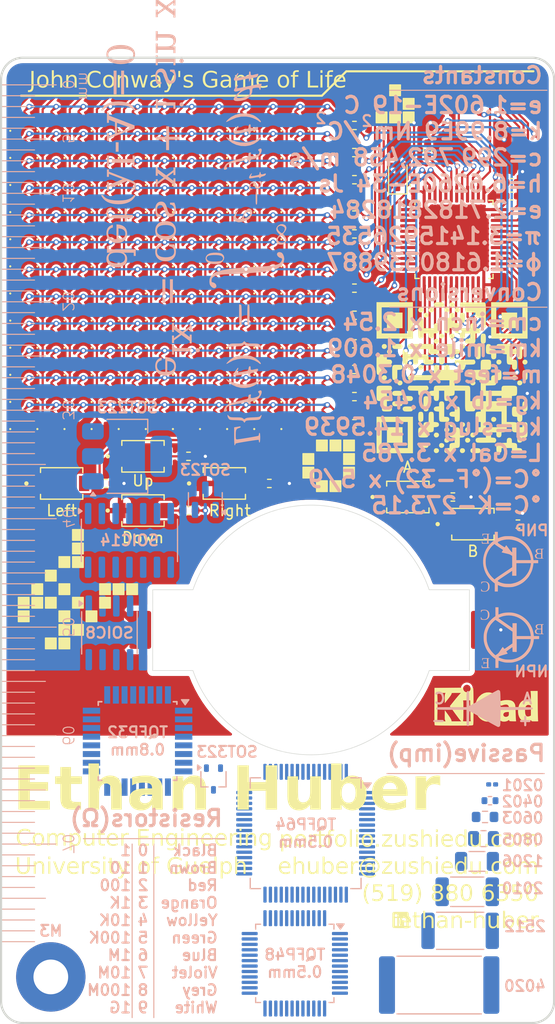
<source format=kicad_pcb>
(kicad_pcb (version 20241229) (generator "pcbnew") (generator_version "9.0")
  (layers (0 "F.Cu" signal) (2 "B.Cu" signal) (13 "F.Paste" user) (15 "B.Paste" user) (5 "F.SilkS" user "F.Silkscreen") (7 "B.SilkS" user "B.Silkscreen") (1 "F.Mask" user) (3 "B.Mask" user) (25 "Edge.Cuts" user))
  (net 0 "")
  (net 1 "+3.3V")
  (net 2 "GND")
  (net 3 "Net-(D1-K)")
  (net 4 "Net-(D10-A)")
  (net 5 "C1")
  (net 6 "C2")
  (net 7 "C3")
  (net 8 "C4")
  (net 9 "C5")
  (net 10 "C6")
  (net 11 "C7")
  (net 12 "C8")
  (net 13 "C9")
  (net 14 "C10")
  (net 15 "C11")
  (net 16 "C12")
  (net 17 "Net-(D14-A)")
  (net 18 "Net-(D26-A)")
  (net 19 "Net-(D38-A)")
  (net 20 "Net-(D50-A)")
  (net 21 "Net-(D62-A)")
  (net 22 "Net-(D100-A)")
  (net 23 "Net-(D74-A)")
  (net 24 "Net-(D86-A)")
  (net 25 "Net-(D110-A)")
  (net 26 "Net-(D122-A)")
  (net 27 "Net-(D134-A)")
  (net 28 "Net-(J2-Pin_4)")
  (net 29 "Net-(J1-Pin_2)")
  (net 30 "Net-(J2-Pin_3)")
  (net 31 "Net-(U1-BOOT0)")
  (net 32 "Up")
  (net 33 "Down")
  (net 34 "Left")
  (net 35 "Right")
  (net 36 "A")
  (net 37 "B")
  (net 38 "R1")
  (net 39 "R2")
  (net 40 "R3")
  (net 41 "R4")
  (net 42 "R5")
  (net 43 "R6")
  (net 44 "R7")
  (net 45 "R8")
  (net 46 "R9")
  (net 47 "R10")
  (net 48 "R11")
  (net 49 "R12")
  (footprint "Dependencies:LED_0402_1005Metric_Pad0.77x0.64mm_HandSolder_Notext" (layer "F.Cu") (at 141.654819 76.339231 45)
    (property "Reference" "D112" (hide yes))
    (property "Value" "LED" (hide yes))
  )
  (footprint "Dependencies:LED_0402_1005Metric_Pad0.77x0.64mm_HandSolder_Notext" (layer "F.Cu") (at 146.654819 58.839231 45)
    (property "Reference" "D30" (hide yes))
    (property "Value" "LED" (hide yes))
  )
  (footprint "Diode_SMD:D_SOD-323" (layer "F.Cu") (at 171.5 58.95 90)
    (property "Reference" "D1" (hide yes))
    (property "Value" "D_Schottky" (hide yes))
  )
  (footprint "Dependencies:RoundSolderPad_1x3_1mm" (layer "F.Cu") (at 184.5 78.5 90)
    (property "Reference" "J1" (hide yes))
    (property "Value" "Conn_01x03_Socket" (hide yes))
  )
  (footprint "Dependencies:R_0402_1005Metric_Pad0.72x0.64mm_HandSolder_Notext" (layer "F.Cu") (at 167.5 56.74405 180)
    (property "Reference" "R9" (hide yes))
    (property "Value" "220" (hide yes))
  )
  (footprint "Dependencies:LED_0402_1005Metric_Pad0.77x0.64mm_HandSolder_Notext" (layer "F.Cu") (at 159.154819 71.339231 45)
    (property "Reference" "D95" (hide yes))
    (property "Value" "LED" (hide yes))
  )
  (footprint "Dependencies:LED_0402_1005Metric_Pad0.77x0.64mm_HandSolder_Notext" (layer "F.Cu") (at 144.154819 73.839231 45)
    (property "Reference" "D101" (hide yes))
    (property "Value" "LED" (hide yes))
  )
  (footprint "Dependencies:LED_0402_1005Metric_Pad0.77x0.64mm_HandSolder_Notext" (layer "F.Cu") (at 161.654819 53.839231 45)
    (property "Reference" "D12" (hide yes))
    (property "Value" "LED" (hide yes))
  )
  (footprint "Dependencies:LED_0402_1005Metric_Pad0.77x0.64mm_HandSolder_Notext" (layer "F.Cu") (at 156.654819 53.839231 45)
    (property "Reference" "D10" (hide yes))
    (property "Value" "LED" (hide yes))
  )
  (footprint "Dependencies:LED_0402_1005Metric_Pad0.77x0.64mm_HandSolder_Notext" (layer "F.Cu") (at 156.654819 56.339231 45)
    (property "Reference" "D22" (hide yes))
    (property "Value" "LED" (hide yes))
  )
  (footprint "Dependencies:R_0402_1005Metric_Pad0.72x0.64mm_HandSolder_Notext" (layer "F.Cu") (at 152.2 84.75)
    (property "Reference" "R2" (hide yes))
    (property "Value" "1000" (hide yes))
  )
  (footprint "MountingHole:MountingHole_3.2mm_M3_Pad" (layer "F.Cu") (at 139.5 132.75)
    (property "Reference" "REF**" (hide yes))
    (property "Value" "MountingHole_3.2mm_M3_Pad" (hide yes))
  )
  (footprint "Dependencies:LED_0402_1005Metric_Pad0.77x0.64mm_HandSolder_Notext" (layer "F.Cu") (at 146.654819 78.839231 45)
    (property "Reference" "D126" (hide yes))
    (property "Value" "LED" (hide yes))
  )
  (footprint "Dependencies:LED_0402_1005Metric_Pad0.77x0.64mm_HandSolder_Notext" (layer "F.Cu") (at 161.654819 63.839231 45)
    (property "Reference" "D60" (hide yes))
    (property "Value" "LED" (hide yes))
  )
  (footprint "Dependencies:SW_TL1015AF160QG" (layer "F.Cu") (at 148 89.75)
    (property "Reference" "SW3" (hide yes))
    (property "Value" "Down")
  )
  (footprint "Dependencies:LED_0402_1005Metric_Pad0.77x0.64mm_HandSolder_Notext" (layer "F.Cu") (at 141.654819 53.839231 45)
    (property "Reference" "D4" (hide yes))
    (property "Value" "LED" (hide yes))
  )
  (footprint "Dependencies:LED_0402_1005Metric_Pad0.77x0.64mm_HandSolder_Notext" (layer "F.Cu") (at 146.654819 53.839231 45)
    (property "Reference" "D6" (hide yes))
    (property "Value" "LED" (hide yes))
  )
  (footprint "Dependencies:LED_0402_1005Metric_Pad0.77x0.64mm_HandSolder_Notext" (layer "F.Cu") (at 136.654819 71.339231 45)
    (property "Reference" "D86" (hide yes))
    (property "Value" "LED" (hide yes))
  )
  (footprint "Dependencies:R_0402_1005Metric_Pad0.72x0.64mm_HandSolder_Notext" (layer "F.Cu") (at 167.5 76.74405 180)
    (property "Reference" "R17" (hide yes))
    (property "Value" "220" (hide yes))
  )
  (footprint "Dependencies:SW_TL1015AF160QG" (layer "F.Cu") (at 140.5 87.25)
    (property "Reference" "SW2" (hide yes))
    (property "Value" "Left")
  )
  (footprint "Dependencies:LED_0402_1005Metric_Pad0.77x0.64mm_HandSolder_Notext" (layer "F.Cu") (at 161.654819 68.839231 45)
    (property "Reference" "D84" (hide yes))
    (property "Value" "LED" (hide yes))
  )
  (footprint "Dependencies:LED_0402_1005Metric_Pad0.77x0.64mm_HandSolder_Notext" (layer "F.Cu") (at 154.154819 53.839231 45)
    (property "Reference" "D9" (hide yes))
    (property "Value" "LED" (hide yes))
  )
  (footprint "Dependencies:LED_0402_1005Metric_Pad0.77x0.64mm_HandSolder_Notext" (layer "F.Cu") (at 141.654819 78.839231 45)
    (property "Reference" "D124" (hide yes))
    (property "Value" "LED" (hide yes))
  )
  (footprint "Dependencies:LED_0402_1005Metric_Pad0.77x0.64mm_HandSolder_Notext" (layer "F.Cu") (at 146.654819 66.339231 45)
    (property "Reference" "D66" (hide yes))
    (property "Value" "LED" (hide yes))
  )
  (footprint "Dependencies:R_0402_1005Metric_Pad0.72x0.64mm_HandSolder_Notext" (layer "F.Cu") (at 167.5 74.37405 180)
    (property "Reference" "R16" (hide yes))
    (property "Value" "220" (hide yes))
  )
  (footprint "Dependencies:LED_0402_1005Metric_Pad0.77x0.64mm_HandSolder_Notext" (layer "F.Cu") (at 159.154819 63.839231 45)
    (property "Reference" "D59" (hide yes))
    (property "Value" "LED" (hide yes))
  )
  (footprint "Dependencies:LED_0402_1005Metric_Pad0.77x0.64mm_HandSolder_Notext" (layer "F.Cu") (at 151.654819 58.839231 45)
    (property "Reference" "D32" (hide yes))
    (property "Value" "LED" (hide yes))
  )
  (footprint "Dependencies:LED_0402_1005Metric_Pad0.77x0.64mm_HandSolder_Notext" (layer "F.Cu") (at 154.154819 68.839231 45)
    (property "Reference" "D81" (hide yes))
    (property "Value" "LED" (hide yes))
  )
  (footprint "Dependencies:LED_0402_1005Metric_Pad0.77x0.64mm_HandSolder_Notext" (layer "F.Cu") (at 136.654819 78.839231 45)
    (property "Reference" "D122" (hide yes))
    (property "Value" "LED" (hide yes))
  )
  (footprint "Dependencies:LED_0402_1005Metric_Pad0.77x0.64mm_HandSolder_Notext" (layer "F.Cu") (at 139.154819 56.339231 45)
    (property "Reference" "D15" (hide yes))
    (property "Value" "LED" (hide yes))
  )
  (footprint "Dependencies:R_0402_1005Metric_Pad0.72x0.64mm_HandSolder_Notext" (layer "F.Cu") (at 167.5 81.74405 180)
    (property "Reference" "R19" (hide yes))
    (property "Value" "220" (hide yes))
  )
  (footprint "Dependencies:LED_0402_1005Metric_Pad0.77x0.64mm_HandSolder_Notext" (layer "F.Cu") (at 141.654819 81.339231 45)
    (property "Reference" "D136" (hide yes))
    (property "Value" "LED" (hide yes))
  )
  (footprint "Dependencies:LED_0402_1005Metric_Pad0.77x0.64mm_HandSolder_Notext" (layer "F.Cu") (at 146.654819 76.339231 45)
    (property "Reference" "D114" (hide yes))
    (property "Value" "LED" (hide yes))
  )
  (footprint "Dependencies:LED_0402_1005Metric_Pad0.77x0.64mm_HandSolder_Notext" (layer "F.Cu") (at 159.154819 61.339231 45)
    (property "Reference" "D47" (hide yes))
    (property "Value" "LED" (hide yes))
  )
  (footprint "Dependencies:LED_0402_1005Metric_Pad0.77x0.64mm_HandSolder_Notext" (layer "F.Cu") (at 141.654819 66.339231 45)
    (property "Reference" "D64" (hide yes))
    (property "Value" "LED" (hide yes))
  )
  (footprint "Dependencies:LED_0402_1005Metric_Pad0.77x0.64mm_HandSolder_Notext" (layer "F.Cu") (at 151.654819 56.339231 45)
    (property "Reference" "D20" (hide yes))
    (property "Value" "LED" (hide yes))
  )
  (footprint "Dependencies:LED_0402_1005Metric_Pad0.77x0.64mm_HandSolder_Notext" (layer "F.Cu") (at 164.154819 58.839231 45)
    (property "Reference" "D37" (hide yes))
    (property "Value" "LED" (hide yes))
  )
  (footprint "Dependencies:LED_0402_1005Metric_Pad0.77x0.64mm_HandSolder_Notext" (layer "F.Cu") (at 144.154819 66.339231 45)
    (property "Reference" "D65" (hide yes))
    (property "Value" "LED" (hide yes))
  )
  (footprint "Dependencies:LED_0402_1005Metric_Pad0.77x0.64mm_HandSolder_Notext" (layer "F.Cu") (at 161.654819 81.339231 45)
    (property "Reference" "D144" (hide yes))
    (property "Value" "LED" (hide yes))
  )
  (footprint "Dependencies:LED_0402_1005Metric_Pad0.77x0.64mm_HandSolder_Notext" (layer "F.Cu") (at 141.654819 56.339231 45)
    (property "Reference" "D16" (hide yes))
    (property "Value" "LED" (hide yes))
  )
  (footprint "Dependencies:LED_0402_1005Metric_Pad0.77x0.64mm_HandSolder_Notext" (layer "F.Cu") (at 156.654819 68.839231 45)
    (property "Reference" "D82" (hide yes))
    (property "Value" "LED" (hide yes))
  )
  (footprint "Dependencies:LED_0402_1005Metric_Pad0.77x0.64mm_HandSolder_Notext" (layer "F.Cu") (at 154.154819 56.339231 45)
    (property "Reference" "D21" (hide yes))
    (property "Value" "LED" (hide yes))
  )
  (footprint "Dependencies:R_0402_1005Metric_Pad0.72x0.64mm_HandSolder_Notext" (layer "F.Cu") (at 152.25 89.75)
    (property "Reference" "R3" (hide yes))
    (property "Value" "1000" (hide yes))
  )
  (footprint "Dependencies:LED_0402_1005Metric_Pad0.77x0.64mm_HandSolder_Notext" (layer "F.Cu") (at 139.154819 73.839231 45)
    (property "Reference" "D99" (hide yes))
    (property "Value" "LED" (hide yes))
  )
  (footprint "Dependencies:LED_0402_1005Metric_Pad0.77x0.64mm_HandSolder_Notext" (layer "F.Cu") (at 159.154819 58.839231 45)
    (property "Reference" "D35" (hide yes))
    (property "Value" "LED" (hide yes))
  )
  (footprint "Dependencies:R_0402_1005Metric_Pad0.72x0.64mm_HandSolder_Notext" (layer "F.Cu") (at 167.5 71.74405 180)
    (property "Reference" "R15" (hide yes))
    (property "Value" "220" (hide yes))
  )
  (footprint "Dependencies:LED_0402_1005Metric_Pad0.77x0.64mm_HandSolder_Notext" (layer "F.Cu") (at 136.654819 66.339231 45)
    (property "Reference" "D62" (hide yes))
    (property "Value" "LED" (hide yes))
  )
  (footprint "Dependencies:LED_0402_1005Metric_Pad0.77x0.64mm_HandSolder_Notext" (layer "F.Cu") (at 149.154819 71.339231 45)
    (property "Reference" "D91" (hide yes))
    (property "Value" "LED" (hide yes))
  )
  (footprint "Capacitor_SMD:C_0402_1005Metric_Pad0.74x0.62mm_HandSolder" (layer "F.Cu") (at 182 60.75)
    (property "Reference" "C2" (hide yes))
    (property "Value" "100 nF" (hide yes))
  )
  (footprint "Dependencies:LED_0402_1005Metric_Pad0.77x0.64mm_HandSolder_Notext" (layer "F.Cu") (at 151.654819 53.839231 45)
    (property "Reference" "D8" (hide yes))
    (property "Value" "LED" (hide yes))
  )
  (footprint "Dependencies:Keystone_1057" (layer "F.Cu") (at 163.5 100.75)
    (property "Reference" "J3" (hide yes))
    (property "Value" "Conn_01x02")
    (fp_line (start -14.605737 3.75) (end -10.894263 3.75) (stroke (width 0.05)) (layer "Edge.Cuts"))
    (fp_line (start -14.6 -3.7) (end -14.605737 3.75) (stroke (width 0.05)) (layer "Edge.Cuts"))
    (fp_line (start -10.88912 -3.698253) (end -14.6 -3.7) (stroke (width 0.05)) (layer "Edge.Cuts"))
    (fp_line (start 14.6 -3.7) (end 10.888526 -3.7) (stroke (width 0.05)) (layer "Edge.Cuts"))
    (fp_line (start 14.6 -3.7) (end 14.605737 3.75) (stroke (width 0.05)) (layer "Edge.Cuts"))
    (fp_line (start 14.605737 3.75) (end 10.894263 3.749997) (stroke (width 0.05)) (layer "Edge.Cuts"))
    (fp_arc (start -10.88912 -3.698253) (mid -0.000923 -11.5) (end 10.888526 -3.7) (stroke (width 0.05)) (layer "Edge.Cuts"))
    (fp_arc (start 10.894263 3.75) (mid 0 11.521609) (end -10.894263 3.75) (stroke (width 0.05)) (layer "Edge.Cuts"))
  )
  (footprint "Dependencies:LED_0402_1005Metric_Pad0.77x0.64mm_HandSolder_Notext" (layer "F.Cu") (at 139.154819 68.839231 45)
    (property "Reference" "D75" (hide yes))
    (property "Value" "LED" (hide yes))
  )
  (footprint "Dependencies:LED_0402_1005Metric_Pad0.77x0.64mm_HandSolder_Notext" (layer "F.Cu") (at 164.154819 61.339231 45)
    (property "Reference" "D49" (hide yes))
    (property "Value" "LED" (hide yes))
  )
  (footprint "Dependencies:LED_0402_1005Metric_Pad0.77x0.64mm_HandSolder_Notext" (layer "F.Cu") (at 159.154819 53.839231 45)
    (property "Reference" "D11" (hide yes))
    (property "Value" "LED" (hide yes))
  )
  (footprint "Dependencies:LED_0402_1005Metric_Pad0.77x0.64mm_HandSolder_Notext" (layer "F.Cu") (at 146.654819 71.339231 45)
    (property "Reference" "D90" (hide yes))
    (property "Value" "LED" (hide yes))
  )
  (footprint "Dependencies:SW_TL1015AF160QG" (layer "F.Cu") (at 172.425 88.5)
    (property "Reference" "SW5" (hide yes))
    (property "Value" "A")
  )
  (footprint "Dependencies:LED_0402_1005Metric_Pad0.77x0.64mm_HandSolder_Notext" (layer "F.Cu") (at 136.654819 73.839231 45)
    (property "Reference" "D98" (hide yes))
    (property "Value" "LED" (hide yes))
  )
  (footprint "Dependencies:LED_0402_1005Metric_Pad0.77x0.64mm_HandSolder_Notext" (layer "F.Cu") (at 149.154819 56.339231 45)
    (property "Reference" "D19" (hide yes))
    (property "Value" "LED" (hide yes))
  )
  (footprint "Dependencies:LED_0402_1005Metric_Pad0.77x0.64mm_HandSolder_Notext" (layer "F.Cu") (at 144.154819 63.839231 45)
    (property "Reference" "D53" (hide yes))
    (property "Value" "LED" (hide yes))
  )
  (footprint "Dependencies:LED_0402_1005Metric_Pad0.77x0.64mm_HandSolder_Notext" (layer "F.Cu") (at 151.654819 68.839231 45)
    (property "Reference" "D80" (hide yes))
    (property "Value" "LED" (hide yes))
  )
  (footprint "Dependencies:R_0402_1005Metric_Pad0.72x0.64mm_HandSolder_Notext" (layer "F.Cu") (at 182.5775 91)
    (property "Reference" "R7" (hide yes))
    (property "Value" "1000" (hide yes))
  )
  (footprint "Dependencies:LED_0402_1005Metric_Pad0.77x0.64mm_HandSolder_Notext" (layer "F.Cu") (at 161.654819 71.339231 45)
    (property "Reference" "D96" (hide yes))
    (property "Value" "LED" (hide yes))
  )
  (footprint "Dependencies:LED_0402_1005Metric_Pad0.77x0.64mm_HandSolder_Notext" (layer "F.Cu") (at 151.654819 76.339231 45)
    (property "Reference" "D116" (hide yes))
    (property "Value" "LED" (hide yes))
  )
  (footprint "Dependencies:LED_0402_1005Metric_Pad0.77x0.64mm_HandSolder_Notext" (layer "F.Cu") (at 136.654819 81.339231 45)
    (property "Reference" "D134" (hide yes))
    (property "Value" "LED" (hide yes))
  )
  (footprint "Dependencies:R_0402_1005Metric_Pad0.72x0.64mm_HandSolder_Notext" (layer "F.Cu") (at 167.5 61.74405 180)
    (property "Reference" "R11" (hide yes))
    (property "Value" "220" (hide yes))
  )
  (footprint "Dependencies:LED_0402_1005Metric_Pad0.77x0.64mm_HandSolder_Notext" (layer "F.Cu") (at 154.154819 63.839231 45)
    (property "Reference" "D57" (hide yes))
    (property "Value" "LED" (hide yes))
  )
  (footprint "Dependencies:LED_0402_1005Metric_Pad0.77x0.64mm_HandSolder_Notext" (layer "F.Cu") (at 146.654819 68.839231 45)
    (property "Reference" "D78" (hide yes))
    (property "Value" "LED" (hide yes))
  )
  (footprint "Dependencies:LED_0402_1005Metric_Pad0.77x0.64mm_HandSolder_Notext" (layer "F.Cu") (at 139.154819 81.339231 45)
    (property "Reference" "D135" (hide yes))
    (property "Value" "LED" (hide yes))
  )
  (footprint "Dependencies:LED_0402_1005Metric_Pad0.77x0.64mm_HandSolder_Notext" (layer "F.Cu") (at 144.154819 76.339231 45)
    (property "Reference" "D113" (hide yes))
    (property "Value" "LED" (hide yes))
  )
  (footprint "Dependencies:LED_0402_1005Metric_Pad0.77x0.64mm_HandSolder_Notext" (layer "F.Cu") (at 149.154819 58.839231 45)
    (property "Reference" "D31" (hide yes))
    (property "Value" "LED" (hide yes))
  )
  (footprint "Dependencies:LED_0402_1005Metric_Pad0.77x0.64mm_HandSolder_Notext" (layer "F.Cu") (at 144.154819 61.339231 45)
    (property "Reference" "D41" (hide yes))
    (property "Value" "LED" (hide yes))
  )
  (footprint "Capacitor_SMD:C_0402_1005Metric_Pad0.74x0.62mm_HandSolder" (layer "F.Cu") (at 182 59.5)
    (property "Reference" "C3" (hide yes))
    (property "Value" "4.7 uF" (hide yes))
  )
  (footprint "Dependencies:LED_0402_1005Metric_Pad0.77x0.64mm_HandSolder_Notext" (layer "F.Cu") (at 144.154819 68.839231 45)
    (property "Reference" "D77" (hide yes))
    (property "Value" "LED" (hide yes))
  )
  (footprint "Dependencies:R_0402_1005Metric_Pad0.72x0.64mm_HandSolder_Notext" (layer "F.Cu") (at 167.5 69.24405 180)
    (property "Reference" "R14" (hide yes))
    (property "Value" "220" (hide yes))
  )
  (footprint "Dependencies:R_0402_1005Metric_Pad0.72x0.64mm_HandSolder_Notext" (layer "F.Cu") (at 174.25 56.5 -90)
    (property "Reference" "R1" (hide yes))
    (property "Value" "10K" (hide yes))
  )
  (footprint "Dependencies:LED_0402_1005Metric_Pad0.77x0.64mm_HandSolder_Notext" (layer "F.Cu") (at 154.154819 73.839231 45)
    (property "Reference" "D105" (hide yes))
    (property "Value" "LED" (hide yes))
  )
  (footprint "Dependencies:LED_0402_1005Metric_Pad0.77x0.64mm_HandSolder_Notext" (layer "F.Cu") (at 141.654819 73.839231 45)
    (property "Reference" "D100" (hide yes))
    (property "Value" "LED" (hide yes))
  )
  (footprint "Dependencies:LED_0402_1005Metric_Pad0.77x0.64mm_HandSolder_Notext" (layer "F.Cu") (at 149.154819 73.839231 45)
    (property "Reference" "D103" (hide yes))
    (property "Value" "LED" (hide yes))
  )
  (footprint "Dependencies:LED_0402_1005Metric_Pad0.77x0.64mm_HandSolder_Notext" (layer "F.Cu") (at 164.154819 73.839231 45)
    (property "Reference" "D109" (hide yes))
    (property "Value" "LED" (hide yes))
  )
  (footprint "Dependencies:R_0402_1005Metric_Pad0.72x0.64mm_HandSolder_Notext" (layer "F.Cu") (at 167.5 59.24405 180)
    (property "Reference" "R10" (hide yes))
    (property "Value" "220" (hide yes))
  )
  (footprint "Dependencies:LED_0402_1005Metric_Pad0.77x0.64mm_HandSolder_Notext" (layer "F.Cu") (at 149.154819 63.839231 45)
    (property "Reference" "D55" (hide yes))
    (property "Value" "LED" (hide yes))
  )
  (footprint "Dependencies:LED_0402_1005Metric_Pad0.77x0.64mm_HandSolder_Notext" (layer "F.Cu") (at 149.154819 76.339231 45)
    (property "Reference" "D115" (hide yes))
    (property "Value" "LED" (hide yes))
  )
  (footprint "Dependencies:LED_0402_1005Metric_Pad0.77x0.64mm_HandSolder_Notext" (layer "F.Cu") (at 149.154819 61.339231 45)
    (property "Reference" "D43" (hide yes))
    (property "Value" "LED" (hide yes))
  )
  (footprint "Dependencies:LED_0402_1005Metric_Pad0.77x0.64mm_HandSolder_Notext" (layer "F.Cu") (at 151.654819 73.839231 45)
    (property "Reference" "D104" (hide yes))
    (property "Value" "LED" (hide yes))
  )
  (footprint "Dependencies:LED_0402_1005Metric_Pad0.77x0.64mm_HandSolder_Notext" (layer "F.Cu") (at 154.154819 61.339231 45)
    (property "Reference" "D45" (hide yes))
    (property "Value" "LED" (hide yes))
  )
  (footprint "Dependencies:R_0402_1005Metric_Pad0.72x0.64mm_HandSolder_Notext" (layer "F.Cu") (at 167.5 79.24405 180)
    (property "Reference" "R18" (hide yes))
    (property "Value" "220" (hide yes))
  )
  (footprint "Dependencies:LED_0402_1005Metric_Pad0.77x0.64mm_HandSolder_Notext" (layer "F.Cu") (at 136.654819 76.339231 45)
    (property "Reference" "D110" (hide yes))
    (property "Value" "LED" (hide yes))
  )
  (footprint "Dependencies:LED_0402_1005Metric_Pad0.77x0.64mm_HandSolder_Notext" (layer "F.Cu") (at 156.654819 76.339231 45)
    (property "Reference" "D118" (hide yes))
    (property "Value" "LED" (hide yes))
  )
  (footprint "Dependencies:LED_0402_1005Metric_Pad0.77x0.64mm_HandSolder_Notext" (layer "F.Cu") (at 154.154819 76.339231 45)
    (property "Reference" "D117" (hide yes))
    (property "Value" "LED" (hide yes))
  )
  (footprint "Dependencies:LED_0402_1005Metric_Pad0.77x0.64mm_HandSolder_Notext" (layer "F.Cu") (at 146.654819 63.839231 45)
    (property "Reference" "D54" (hide yes))
    (property "Value" "LED" (hide yes))
  )
  (footprint "Dependencies:LED_0402_1005Metric_Pad0.77x0.64mm_HandSolder_Notext" (layer "F.Cu") (at 146.654819 73.839231 45)
    (property "Reference" "D102" (hide yes))
    (property "Value" "LED" (hide yes))
  )
  (footprint "Dependencies:LED_0402_1005Metric_Pad0.77x0.64mm_HandSolder_Notext" (layer "F.Cu") (at 154.154819 81.339231 45)
    (property "Reference" "D141" (hide yes))
    (property "Value" "LED" (hide yes))
  )
  (footprint "Dependencies:LED_0402_1005Metric_Pad0.77x0.64mm_HandSolder_Notext" (layer "F.Cu") (at 156.654819 78.839231 45)
    (property "Reference" "D130" (hide yes))
    (property "Value" "LED" (hide yes))
  )
  (footprint "LOGO" (layer "F.Cu") (at 179.632099 107.651214)
    (property "Reference" "G***" (hide yes))
    (property "Value" "LOGO" (hide yes))
  )
  (footprint "Dependencies:LED_0402_1005Metric_Pad0.77x0.64mm_HandSolder_Notext" (layer "F.Cu") (at 156.654819 66.339231 45)
    (property "Reference" "D70" (hide yes))
    (property "Value" "LED" (hide yes))
  )
  (footprint "Dependencies:LED_0402_1005Metric_Pad0.77x0.64mm_HandSolder_Notext" (layer "F.Cu") (at 136.654819 61.339231 45)
    (property "Reference" "D38" (hide yes))
    (property "Value" "LED" (hide yes))
  )
  (footprint "Dependencies:LED_0402_1005Metric_Pad0.77x0.64mm_HandSolder_Notext" (layer "F.Cu") (at 136.654819 56.339231 45)
    (property "Reference" "D14" (hide yes))
    (property "Value" "LED" (hide yes))
  )
  (footprint "Dependencies:R_0402_1005Metric_Pad0.72x0.64mm_HandSolder_Notext" (layer "F.Cu") (at 144.5975 87.25)
    (property "Reference" "R4" (hide yes))
    (property "Value" "1000" (hide yes))
  )
  (footprint "Dependencies:RoundSolderPad_1x4_1mm" (layer "F.Cu") (at 174.625 52.25)
    (property "Reference" "J2" (hide yes))
    (property "Value" "Conn_01x04_Socket" (hide yes))
  )
  (footprint "Dependencies:LED_0402_1005Metric_Pad0.77x0.64mm_HandSolder_Notext" (layer "F.Cu") (at 159.154819 68.839231 45)
    (property "Reference" "D83" (hide yes))
    (property "Value" "LED" (hide yes))
  )
  (footprint "Dependencies:SW_TL1015AF160QG" (layer "F.Cu") (at 178.425 91)
    (property "Reference" "SW6" (hide yes))
    (property "Value" "B")
  )
  (footprint "Dependencies:LED_0402_1005Metric_Pad0.77x0.64mm_HandSolder_Notext" (layer "F.Cu") (at 161.654819 61.339231 45)
    (property "Reference" "D48" (hide yes))
    (property "Value" "LED" (hide yes))
  )
  (footprint "Dependencies:LED_0402_1005Metric_Pad0.77x0.64mm_HandSolder_Notext" (layer "F.Cu") (at 161.654819 56.339231 45)
    (property "Reference" "D24" (hide yes))
    (property "Value" "LED" (hide yes))
  )
  (footprint "LOGO" (layer "F.Cu") (at 176.5 77.5)
    (property "Reference" "G***" (hide yes))
    (property "Value" "LOGO" (hide yes))
  )
  (footprint "Dependencies:LED_0402_1005Metric_Pad0.77x0.64mm_HandSolder_Notext" (layer "F.Cu") (at 156.654819 61.339231 45)
    (property "Reference" "D46" (hide yes))
    (property "Value" "LED" (hide yes))
  )
  (footprint "LOGO" (layer "F.Cu") (at 179.632099 107.651214)
    (property "Reference" "G***" (hide yes))
    (property "Value" "LOGO" (hide yes))
  )
  (footprint "Dependencies:LED_0402_1005Metric_Pad0.77x0.64mm_HandSolder_Notext" (layer "F.Cu") (at 159.154819 56.339231 45)
    (property "Reference" "D23" (hide yes))
    (property "Value" "LED" (hide yes))
  )
  (footprint "LOGO" (layer "F.Cu") (at 171.75 127.5)
    (property "Reference" "G***" (hide yes))
    (property "Value" "LOGO" (hide yes))
  )
  (footprint "Dependencies:LED_0402_1005Metric_Pad0.77x0.64mm_HandSolder_Notext" (layer "F.Cu") (at 144.154819 58.839231 45)
    (property "Reference" "D29" (hide yes))
    (property "Value" "LED" (hide yes))
  )
  (footprint "Dependencies:LED_0402_1005Metric_Pad0.77x0.64mm_HandSolder_Notext" (layer "F.Cu") (at 161.654819 66.339231 45)
    (property "Reference" "D72" (hide yes))
    (property "Value" "LED" (hide yes))
  )
  (footprint "Dependencies:R_0402_1005Metric_Pad0.72x0.64mm_HandSolder_Notext" (layer "F.Cu") (at 176.5775 88.5)
    (property "Reference" "R6" (hide yes))
    (property "Value" "1000" (hide yes))
  )
  (footprint "Dependencies:LED_0402_1005Metric_Pad0.77x0.64mm_HandSolder_Notext" (layer "F.Cu") (at 149.154819 68.839231 45)
    (property "Reference" "D79" (hide yes))
    (property "Value" "LED" (hide yes))
  )
  (footprint "Dependencies:LED_0402_1005Metric_Pad0.77x0.64mm_HandSolder_Notext" (layer "F.Cu") (at 154.154819 58.839231 45)
    (property "Reference" "D33" (hide yes))
    (property "Value" "LED" (hide yes))
  )
  (footprint "Dependencies:LED_0402_1005Metric_Pad0.77x0.64mm_HandSolder_Notext" (layer "F.Cu") (at 151.654819 61.339231 45)
    (property "Reference" "D44" (hide yes))
    (property "Value" "LED" (hide yes))
  )
  (footprint "Dependencies:R_0402_1005Metric_Pad0.72x0.64mm_HandSolder_Notext" (layer "F.Cu") (at 159.6525 87.25)
    (property "Reference" "R5" (hide yes))
    (property "Value" "1000" (hide yes))
  )
  (footprint "Dependencies:LED_0402_1005Metric_Pad0.77x0.64mm_HandSolder_Notext" (layer "F.Cu") (at 151.654819 71.339231 45)
    (property "Reference" "D92" (hide yes))
    (property "Value" "LED" (hide yes))
  )
  (footprint "Dependencies:LED_0402_1005Metric_Pad0.77x0.64mm_HandSolder_Notext" (layer "F.Cu") (at 164.154819 56.339231 45)
    (property "Reference" "D25" (hide yes))
    (property "Value" "LED" (hide yes))
  )
  (footprint "Dependencies:SW_TL1015AF160QG" (layer "F.Cu") (at 148 84.75)
    (property "Reference" "SW1" (hide yes))
    (property "Value" "Up")
  )
  (footprint "Dependencies:LED_0402_1005Metric_Pad0.77x0.64mm_HandSolder_Notext" (layer "F.Cu") (at 136.654819 53.839231 45)
    (property "Reference" "D2" (hide yes))
    (property "Value" "LED" (hide yes))
  )
  (footprint "Dependencies:LED_0402_1005Metric_Pad0.77x0.64mm_HandSolder_Notext" (layer "F.Cu") (at 136.654819 58.839231 45)
    (property "Reference" "D26" (hide yes))
    (property "Value" "LED" (hide yes))
  )
  (footprint "Dependencies:LED_0402_1005Metric_Pad0.77x0.64mm_HandSolder_Notext" (layer "F.Cu") (at 164.154819 81.339231 45)
    (property "Reference" "D145" (hide yes))
    (property "Value" "LED" (hide yes))
  )
  (footprint "Dependencies:LED_0402_1005Metric_Pad0.77x0.64mm_HandSolder_Notext" (layer "F.Cu") (at 139.154819 61.339231 45)
    (property "Reference" "D39" (hide yes))
    (property "Value" "LED" (hide yes))
  )
  (footprint "Dependencies:LED_0402_1005Metric_Pad0.77x0.64mm_HandSolder_Notext" (layer "F.Cu") (at 144.154819 78.839231 45)
    (property "Reference" "D125" (hide yes))
    (property "Value" "LED" (hide yes))
  )
  (footprint "Dependencies:LED_0402_1005Metric_Pad0.77x0.64mm_HandSolder_Notext" (layer "F.Cu") (at 156.654819 73.839231 45)
    (property "Reference" "D106" (hide yes))
    (property "Value" "LED" (hide yes))
  )
  (footprint "Dependencies:LED_0402_1005Metric_Pad0.77x0.64mm_HandSolder_Notext" (layer "F.Cu") (at 139.154819 53.839231 45)
    (property "Reference" "D3" (hide yes))
    (property "Value" "LED" (hide yes))
  )
  (footprint "Dependencies:LED_0402_1005Metric_Pad0.77x0.64mm_HandSolder_Notext" (layer "F.Cu") (at 159.154819 76.339231 45)
    (property "Reference" "D119" (hide yes))
    (property "Value" "LED" (hide yes))
  )
  (footprint "Dependencies:LED_0402_1005Metric_Pad0.77x0.64mm_HandSolder_Notext" (layer "F.Cu") (at 161.654819 58.839231 45)
    (property "Reference" "D36" (hide yes))
    (property "Value" "LED" (hide yes))
  )
  (footprint "Dependencies:LED_0402_1005Metric_Pad0.77x0.64mm_HandSolder_Notext" (layer "F.Cu") (at 139.154819 78.839231 45)
    (property "Reference" "D123" (hide yes))
    (property "Value" "LED" (hide yes))
  )
  (footprint "LOGO" (layer "F.Cu") (at 179.632099 107.651214)
    (property "Reference" "G***" (hide yes))
    (property "Value" "LOGO" (hide yes))
  )
  (footprint "Dependencies:LED_0402_1005Metric_Pad0.77x0.64mm_HandSolder_Notext" (layer "F.Cu") (at 141.654819 61.339231 45)
    (property "Reference" "D40" (hide yes))
    (property "Value" "LED" (hide yes))
  )
  (footprint "Dependencies:LED_0402_1005Metric_Pad0.77x0.64mm_HandSolder_Notext" (layer "F.Cu") (at 141.654819 68.839231 45)
    (property "Reference" "D76" (hide yes))
    (property "Value" "LED" (hide yes))
  )
  (footprint "Dependencies:LED_0402_1005Metric_Pad0.77x0.64mm_HandSolder_Notext" (layer "F.Cu") (at 144.154819 81.339231 45)
    (property "Reference" "D137" (hide yes))
    (property "Value" "LED" (hide yes))
  )
  (footprint "Dependencies:LED_0402_1005Metric_Pad0.77x0.64mm_HandSolder_Notext" (layer "F.Cu") (at 164.154819 78.839231 45)
    (property "Reference" "D133" (hide yes))
    (property "Value" "LED" (hide yes))
  )
  (footprint "Dependencies:LED_0402_1005Metric_Pad0.77x0.64mm_HandSolder_Notext" (layer "F.Cu") (at 141.654819 71.339231 45)
    (property "Reference" "D88" (hide yes))
    (property "Value" "LED" (hide yes))
  )
  (footprint "Dependencies:LED_0402_1005Metric_Pad0.77x0.64mm_HandSolder_Notext" (layer "F.Cu") (at 151.654819 66.339231 45)
    (property "Reference" "D68" (hide yes))
    (property "Value" "LED" (hide yes))
  )
  (footprint "Dependencies:LED_0402_1005Metric_Pad0.77x0.64mm_HandSolder_Notext" (layer "F.Cu") (at 161.654819 76.339231 45)
    (property "Reference" "D120" (hide yes))
    (property "Value" "LED" (hide yes))
  )
  (footprint "Dependencies:LED_0402_1005Metric_Pad0.77x0.64mm_HandSolder_Notext" (layer "F.Cu") (at 139.154819 66.339231 45)
    (property "Reference" "D63" (hide yes))
    (property "Value" "LED" (hide yes))
  )
  (footprint "Dependencies:R_0402_1005Metric_Pad0.72x0.64mm_HandSolder_Notext" (layer "F.Cu") (at 167.5 64.24405 180)
    (property "Reference" "R12" (hide yes))
    (property "Value" "220" (hide yes))
  )
  (footprint "Dependencies:LED_0402_1005Metric_Pad0.77x0.64mm_HandSolder_Notext" (layer "F.Cu") (at 159.154819 66.339231 45)
    (property "Reference" "D71" (hide yes))
    (property "Value" "LED" (hide yes))
  )
  (footprint "Dependencies:LED_0402_1005Metric_Pad0.77x0.64mm_HandSolder_Notext" (layer "F.Cu") (at 164.154819 68.839231 45)
    (property "Reference" "D85" (hide yes))
    (property "Value" "LED" (hide yes))
  )
  (footprint "Dependencies:LED_0402_1005Metric_Pad0.77x0.64mm_HandSolder_Notext" (layer "F.Cu") (at 141.654819 58.839231 45)
    (property "Reference" "D28" (hide yes))
    (property "Value" "LED" (hide yes))
  )
  (footprint "Dependencies:QFP50P900X900X160-48N" (layer "F.Cu") (at 176.68 64.75)
    (property "Reference" "U1" (hide yes))
    (property "Value" "STM32F103C8T6" (hide yes))
  )
  (footprint "Dependencies:LED_0402_1005Metric_Pad0.77x0.64mm_HandSolder_Notext" (layer "F.Cu") (at 159.154819 81.339231 45)
    (property "Reference" "D143" (hide yes))
    (property "Value" "LED" (hide yes))
  )
  (footprint "Dependencies:LED_0402_1005Metric_Pad0.77x0.64mm_HandSolder_Notext" (layer "F.Cu") (at 164.154819 71.339231 45)
    (property "Reference" "D97" (hide yes))
    (property "Value" "LED" (hide yes))
  )
  (footprint "Dependencies:LED_0402_1005Metric_Pad0.77x0.64mm_HandSolder_Notext" (layer "F.Cu") (at 159.154819 78.839231 45)
    (property "Reference" "D131" (hide yes))
    (property "Value" "LED" (hide yes))
  )
  (footprint "Dependencies:LED_0402_1005Metric_Pad0.77x0.64mm_HandSolder_Notext" (layer "F.Cu") (at 144.154819 53.839231 45)
    (property "Reference" "D5" (hide yes))
    (property "Value" "LED" (hide yes))
  )
  (footprint "Dependencies:LED_0402_1005Metric_Pad0.77x0.64mm_HandSolder_Notext" (layer "F.Cu") (at 161.654819 78.839231 45)
    (property "Reference" "D132" (hide yes))
    (property "Value" "LED" (hide yes))
  )
  (footprint "Dependencies:LED_0402_1005Metric_Pad0.77x0.64mm_HandSolder_Notext" (layer "F.Cu") (at 156.654819 71.339231 45)
    (property "Reference" "D94" (hide yes))
    (property "Value" "LED" (hide yes))
  )
  (footprint "Dependencies:LED_0402_1005Metric_Pad0.77x0.64mm_HandSolder_Notext" (layer "F.Cu") (at 151.654819 81.339231 45)
    (property "Reference" "D140" (hide yes))
    (property "Value" "LED" (hide yes))
  )
  (footprint "Dependencies:LED_0402_1005Metric_Pad0.77x0.64mm_HandSolder_Notext" (layer "F.Cu") (at 151.654819 63.839231 45)
    (property "Reference" "D56" (hide yes))
    (property "Value" "LED" (hide yes))
  )
  (footprint "Dependencies:LED_0402_1005Metric_Pad0.77x0.64mm_HandSolder_Notext" (layer "F.Cu") (at 164.154819 76.339231 45)
    (property "Reference" "D121" (hide yes))
    (property "Value" "LED" (hide yes))
  )
  (footprint "Dependencies:LED_0402_1005Metric_Pad0.77x0.64mm_HandSolder_Notext" (layer "F.Cu") (at 164.154819 53.839231 45)
    (property "Reference" "D13" (hide yes))
    (property "Value" "LED" (hide yes))
  )
  (footprint "Dependencies:LED_0402_1005Metric_Pad0.77x0.64mm_HandSolder_Notext" (layer "F.Cu") (at 146.654819 56.339231 45)
    (property "Reference" "D18" (hide yes))
    (property "Value" "LED" (hide yes))
  )
  (footprint "Dependencies:LED_0402_1005Metric_Pad0.77x0.64mm_HandSolder_Notext" (layer "F.Cu") (at 144.154819 56.339231 45)
    (property "Reference" "D17" (hide yes))
    (property "Value" "LED" (hide yes))
  )
  (footprint "Dependencies:LED_0402_1005Metric_Pad0.77x0.64mm_HandSolder_Notext" (layer "F.Cu") (at 149.154819 81.339231 45)
    (property "Reference" "D139" (hide yes))
    (property "Value" "LED" (hide yes))
  )
  (footprint "Dependencies:LED_0402_1005Metric_Pad0.77x0.64mm_HandSolder_Notext" (layer "F.Cu") (at 136.654819 68.839231 45)
    (property "Reference" "D74" (hide yes))
    (property "Value" "LED" (hide yes))
  )
  (footprint "Dependencies:LED_0402_1005Metric_Pad0.77x0.64mm_HandSolder_Notext" (layer "F.Cu") (at 156.654819 58.839231 45)
    (property "Reference" "D34" (hide yes))
    (property "Value" "LED" (hide yes))
  )
  (footprint "Dependencies:LED_0402_1005Metric_Pad0.77x0.64mm_HandSolder_Notext" (layer "F.Cu") (at 149.154819 78.839231 45)
    (property "Reference" "D127" (hide yes))
    (property "Value" "LED" (hide yes))
  )
  (footprint "Dependencies:LED_0402_1005Metric_Pad0.77x0.64mm_HandSolder_Notext" (layer "F.Cu") (at 151.654819 78.839231 45)
    (property "Reference" "D128" (hide yes))
    (property "Value" "LED" (hide yes))
  )
  (footprint "Dependencies:R_0402_1005Metric_Pad0.72x0.64mm_HandSolder_Notext" (layer "F.Cu") (at 167.5 66.74405 180)
    (property "Reference" "R13" (hide yes))
    (property "Value" "220" (hide yes))
  )
  (footprint "Dependencies:LED_0402_1005Metric_Pad0.77x0.64mm_HandSolder_Notext" (layer "F.Cu") (at 139.154819 71.339231 45)
    (property "Reference" "D87" (hide yes))
    (property "Value" "LED" (hide yes))
  )
  (footprint "Dependencies:LED_0402_1005Metric_Pad0.77x0.64mm_HandSolder_Notext" (layer "F.Cu") (at 144.154819 71.339231 45)
    (property "Reference" "D89" (hide yes))
    (property "Value" "LED" (hide yes))
  )
  (footprint "Dependencies:LED_0402_1005Metric_Pad0.77x0.64mm_HandSolder_Notext" (layer "F.Cu") (at 154.154819 71.339231 45)
    (property "Reference" "D93" (hide yes))
    (property "Value" "LED" (hide yes))
  )
  (footprint "Dependencies:LED_0402_1005Metric_Pad0.77x0.64mm_HandSolder_Notext" (layer "F.Cu") (at 149.154819 53.839231 45)
    (property "Reference" "D7" (hide yes))
    (property "Value" "LED" (hide yes))
  )
  (footprint "Dependencies:LED_0402_1005Metric_Pad0.77x0.64mm_HandSolder_Notext" (layer "F.Cu") (at 139.154819 58.839231 45)
    (property "Reference" "D27" (hide yes))
    (property "Value" "LED" (hide yes))
  )
  (footprint "Dependencies:R_0402_1005Metric_Pad0.72x0.64mm_HandSolder_Notext" (layer "F.Cu") (at 167.5 54.24405 180)
    (property "Reference" "R8" (hide yes))
    (property "Value" "220" (hide yes))
  )
  (footprint "Dependencies:LED_0402_1005Metric_Pad0.77x0.64mm_HandSolder_Notext" (layer "F.Cu") (at 164.154819 66.339231 45)
    (property "Reference" "D73" (hide yes))
    (property "Value" "LED" (hide yes))
  )
  (footprint "Dependencies:LED_0402_1005Metric_Pad0.77x0.64mm_HandSolder_Notext" (layer "F.Cu") (at 156.654819 81.339231 45)
    (property "Reference" "D142" (hide yes))
    (property "Value" "LED" (hide yes))
  )
  (footprint "Dependencies:LED_0402_1005Metric_Pad0.77x0.64mm_HandSolder_Notext" (layer "F.Cu") (at 154.154819 66.339231 45)
    (property "Reference" "D69" (hide yes))
    (property "Value" "LED" (hide yes))
  )
  (footprint "Dependencies:LED_0402_1005Metric_Pad0.77x0.64mm_HandSolder_Notext" (layer "F.Cu") (at 161.654819 73.839231 45)
    (property "Reference" "D108" (hide yes))
    (property "Value" "LED" (hide yes))
  )
  (footprint "Capacitor_SMD:C_0402_1005Metric_Pad0.74x0.62mm_HandSolder" (layer "F.Cu") (at 173 59.75 90)
    (property "Reference" "C1" (hide yes))
    (property "Value" "100 nF" (hide yes))
  )
  (footprint "Dependencies:LED_0402_1005Metric_Pad0.77x0.64mm_HandSolder_Notext" (layer "F.Cu") (at 164.154819 63.839231 45)
    (property "Reference" "D61" (hide yes))
    (property "Value" "LED" (hide yes))
  )
  (footprint "Dependencies:LED_0402_1005Metric_Pad0.77x0.64mm_HandSolder_Notext" (layer "F.Cu") (at 139.154819 63.839231 45)
    (property "Reference" "D51" (hide yes))
    (property "Value" "LED" (hide yes))
  )
  (footprint "Dependencies:LED_0402_1005Metric_Pad0.77x0.64mm_HandSolder_Notext" (layer "F.Cu") (at 156.654819 63.839231 45)
    (property "Reference" "D58" (hide yes))
    (property "Value" "LED" (hide yes))
  )
  (footprint "Dependencies:LED_0402_1005Metric_Pad0.77x0.64mm_HandSolder_Notext" (layer "F.Cu") (at 141.654819 63.839231 45)
    (property "Reference" "D52" (hide yes))
    (property "Value" "LED" (hide yes))
  )
  (footprint "Dependencies:LED_0402_1005Metric_Pad0.77x0.64mm_HandSolder_Notext" (layer "F.Cu") (at 146.654819 81.339231 45)
    (property "Reference" "D138" (hide yes))
    (property "Value" "LED" (hide yes))
  )
  (footprint "Dependencies:LED_0402_1005Metric_Pad0.77x0.64mm_HandSolder_Notext" (layer "F.Cu") (at 136.654819 63.839231 45)
    (property "Reference" "D50" (hide yes))
    (property "Value" "LED" (hide yes))
  )
  (footprint "Dependencies:LED_0402_1005Metric_Pad0.77x0.64mm_HandSolder_Notext" (layer "F.Cu") (at 159.154819 73.839231 45)
    (property "Reference" "D107" (hide yes))
    (property "Value" "LED" (hide yes))
  )
  (footprint "Dependencies:SW_TL1015AF160QG" (layer "F.Cu") (at 155.5 87.25)
    (property "Reference" "SW4" (hide yes))
    (property "Value" "Right")
  )
  (footprint "Dependencies:LED_0402_1005Metric_Pad0.77x0.64mm_HandSolder_Notext" (layer "F.Cu") (at 139.154819 76.339231 45)
    (property "Reference" "D111" (hide yes))
    (property "Value" "LED" (hide yes))
  )
  (footprint "Dependencies:LED_0402_1005Metric_Pad0.77x0.64mm_HandSolder_Notext" (layer "F.Cu") (at 154.154819 78.839231 45)
    (property "Reference" "D129" (hide yes))
    (property "Value" "LED" (hide yes))
  )
  (footprint "Dependencies:LED_0402_1005Metric_Pad0.77x0.64mm_HandSolder_Notext" (layer "F.Cu") (at 149.154819 66.339231 45)
    (property "Reference" "D67" (hide yes))
    (property "Value" "LED" (hide yes))
  )
  (footprint "Dependencies:LED_0402_1005Metric_Pad0.77x0.64mm_HandSolder_Notext" (layer "F.Cu") (at 146.654819 61.339231 45)
    (property "Reference" "D42" (hide yes))
    (property "Value" "LED" (hide yes))
  )
  (footprint "Package_QFP:TQFP-32_7x7mm_P0.8mm" (layer "B.Cu") (at 147.5 111 180)
    (property "Reference" "REF**" (hide yes))
    (property "Value" "TQFP-32_7x7mm_P0.8mm" (hide yes))
  )
  (footprint "LOGO" (layer "B.Cu") (at 157.954443 66.5 90)
    (property "Reference" "G***" (hide yes))
    (property "Value" "LOGO" (hide yes))
  )
  (footprint "Package_QFP:TQFP-64_10x10mm_P0.5mm" (layer "B.Cu") (at 163 119.5 180)
    (property "Reference" "REF**" (hide yes))
    (property "Value" "TQFP-64_10x10mm_P0.5mm" (hide yes))
  )
  (footprint "Package_SO:SOIC-14_3.9x8.7mm_P1.27mm" (layer "B.Cu") (at 146.75 92.5 -90)
    (property "Reference" "REF**" (hide yes))
    (property "Value" "SOIC-14_3.9x8.7mm_P1.27mm" (hide yes))
  )
  (footprint "LOGO" (layer "B.Cu") (at 182 101.5 180)
    (property "Reference" "G***" (hide yes))
    (property "Value" "LOGO" (hide yes))
  )
  (footprint "Resistor_SMD:R_0201_0603Metric" (layer "B.Cu") (at 180.2 115 180)
    (property "Reference" "REF**" (hide yes))
    (property "Value" "R_0201_0603Metric" (hide yes))
  )
  (footprint "LOGO" (layer "B.Cu") (at 182 94.5 180)
    (property "Reference" "G***" (hide yes))
    (property "Value" "LOGO" (hide yes))
  )
  (footprint "Package_SO:SOIC-8_3.9x4.9mm_P1.27mm" (layer "B.Cu") (at 144.905 101.025 -90)
    (property "Reference" "REF**" (hide yes))
    (property "Value" "SOIC-8_3.9x4.9mm_P1.27mm" (hide yes))
  )
  (footprint "Resistor_SMD:R_2010_5025Metric" (layer "B.Cu") (at 177.9 124.9 180)
    (property "Reference" "REF**" (hide yes))
    (property "Value" "R_2010_5025Metric" (hide yes))
  )
  (footprint "Resistor_SMD:R_0402_1005Metric" (layer "B.Cu") (at 180 116.5 180)
    (property "Reference" "REF**" (hide yes))
    (property "Value" "R_0402_1005Metric" (hide yes))
  )
  (footprint "Resistor_SMD:R_0805_2012Metric" (layer "B.Cu") (at 179.4 120 180)
    (property "Reference" "REF**" (hide yes))
    (property "Value" "R_0805_2012Metric" (hide yes))
  )
  (footprint "Resistor_SMD:R_2512_6332Metric" (layer "B.Cu") (at 177.25 128.5 180)
    (property "Reference" "REF**" (hide yes))
    (property "Value" "R_2512_6332Metric" (hide yes))
  )
  (footprint "Resistor_SMD:R_4020_10251Metric" (layer "B.Cu") (at 175.3125 133.5 180)
    (property "Reference" "REF**" (hide yes))
    (property "Value" "R_4020_10251Metric" (hide yes))
  )
  (footprint "LOGO" (layer "B.Cu") (at 179.5 108 180)
    (property "Reference" "G***" (hide yes))
    (property "Value" "LOGO" (hide yes))
  )
  (footprint "Package_TO_SOT_SMD:SOT-223" (layer "B.Cu") (at 146.53 84.75)
    (property "Reference" "REF**" (hide yes))
    (property "Value" "SOT-223" (hide yes))
  )
  (footprint "Package_TO_SOT_SMD:SOT-23" (layer "B.Cu") (at 153.75 88.75 90)
    (property "Reference" "REF**" (hide yes))
    (property "Value" "SOT-23" (hide yes))
  )
  (footprint "Package_TO_SOT_SMD:SOT-323_SC-70" (layer "B.Cu") (at 154.5 114.5 -90)
    (property "Reference" "REF**" (hide yes))
    (property "Value" "SOT-323_SC-70" (hide yes))
  )
  (footprint "Resistor_SMD:R_1206_3216Metric" (layer "B.Cu") (at 178.8 122.1 180)
    (property "Reference" "REF**" (hide yes))
    (property "Value" "R_1206_3216Metric" (hide yes))
  )
  (footprint "Package_QFP:TQFP-48_7x7mm_P0.5mm" (layer "B.Cu") (at 162 131.5 180)
    (property "Reference" "REF**" (hide yes))
    (property "Value" "TQFP-48_7x7mm_P0.5mm" (hide yes))
  )
  (footprint "Resistor_SMD:R_0603_1608Metric" (layer "B.Cu") (at 179.545 118 180)
    (property "Reference" "REF**" (hide yes))
    (property "Value" "R_0603_1608Metric" (hide yes))
  )
  (gr_rect (start 146.5 96.5) (end 147.5 97.5) (stroke (width 0.1)) (fill yes) (layer "F.SilkS"))
  (gr_rect (start 142.75 99) (end 143.75 100) (stroke (width 0.1)) (fill yes) (layer "F.SilkS"))
  (gr_rect (start 162.75 85.75) (end 163.75 86.75) (stroke (width 0.1)) (fill yes) (layer "F.SilkS"))
  (gr_rect (start 164 87) (end 165 88) (stroke (width 0.1)) (fill yes) (layer "F.SilkS"))
  (gr_rect (start 172 51.75) (end 173 52.75) (stroke (width 0.1)) (fill yes) (layer "F.SilkS"))
  (gr_rect (start 170.75 53) (end 171.75 54) (stroke (width 0.1)) (fill yes) (layer "F.SilkS"))
  (gr_rect (start 139 97.75) (end 140 98.75) (stroke (width 0.1)) (fill yes) (layer "F.SilkS"))
  (gr_rect (start 165.25 87) (end 166.25 88) (stroke (width 0.1)) (fill yes) (layer "F.SilkS"))
  (gr_rect (start 166.5 85.75) (end 167.5 86.75) (stroke (width 0.1)) (fill yes) (layer "F.SilkS"))
  (gr_line (start 166.75 49.25) (end 184 49.25) (stroke (width 0.2)) (layer "F.SilkS"))
  (gr_rect (start 137.75 97.75) (end 138.75 98.75) (stroke (width 0.1)) (fill yes) (layer "F.SilkS"))
  (gr_rect (start 140.25 96.5) (end 141.25 97.5) (stroke (width 0.1)) (fill yes) (layer "F.SilkS"))
  (gr_rect (start 144 96.5) (end 145 97.5) (stroke (width 0.1)) (fill yes) (layer "F.SilkS"))
  (gr_rect (start 170.75 50.5) (end 171.75 51.5) (stroke (width 0.1)) (fill yes) (layer "F.SilkS"))
  (gr_rect (start 172 53) (end 173 54) (stroke (width 0.1)) (fill yes) (layer "F.SilkS"))
  (gr_rect (start 139 101.5) (end 140 102.5) (stroke (width 0.1)) (fill yes) (layer "F.SilkS"))
  (gr_rect (start 140.25 94) (end 141.25 95) (stroke (width 0.1)) (fill yes) (layer "F.SilkS"))
  (gr_rect (start 166.5 83.25) (end 167.5 84.25) (stroke (width 0.1)) (fill yes) (layer "F.SilkS"))
  (gr_rect (start 140.25 101.5) (end 141.25 102.5) (stroke (width 0.1)) (fill yes) (layer "F.SilkS"))
  (gr_rect (start 136.5 99) (end 137.5 100) (stroke (width 0.1)) (fill yes) (layer "F.SilkS"))
  (gr_rect (start 166.5 84.5) (end 167.5 85.5) (stroke (width 0.1)) (fill yes) (layer "F.SilkS"))
  (gr_rect (start 137.75 96.5) (end 138.75 97.5) (stroke (width 0.1)) (fill yes) (layer "F.SilkS"))
  (gr_rect (start 169.5 53) (end 170.5 54) (stroke (width 0.1)) (fill yes) (layer "F.SilkS"))
  (gr_rect (start 165.25 83.25) (end 166.25 84.25) (stroke (width 0.1)) (fill yes) (layer "F.SilkS"))
  (gr_rect (start 145.25 96.5) (end 146.25 97.5) (stroke (width 0.1)) (fill yes) (layer "F.SilkS"))
  (gr_rect (start 162.75 84.5) (end 163.75 85.5) (stroke (width 0.1)) (fill yes) (layer "F.SilkS"))
  (gr_line (start 164.5 51.5) (end 166.75 49.25) (stroke (width 0.2)) (layer "F.SilkS"))
  (gr_rect (start 139 95.25) (end 140 96.25) (stroke (width 0.1)) (fill yes) (layer "F.SilkS"))
  (gr_rect (start 136.5 97.75) (end 137.5 98.75) (stroke (width 0.1)) (fill yes) (layer "F.SilkS"))
  (gr_rect (start 141.5 92.75) (end 142.5 93.75) (stroke (width 0.1)) (fill yes) (layer "F.SilkS"))
  (gr_rect (start 141.5 100.25) (end 142.5 101.25) (stroke (width 0.1)) (fill yes) (layer "F.SilkS"))
  (gr_rect (start 140.25 99) (end 141.25 100) (stroke (width 0.1)) (fill yes) (layer "F.SilkS"))
  (gr_rect (start 141.5 94) (end 142.5 95) (stroke (width 0.1)) (fill yes) (layer "F.SilkS"))
  (gr_rect (start 141.5 91.5) (end 142.5 92.5) (stroke (width 0.1)) (fill yes) (layer "F.SilkS"))
  (gr_rect (start 144 97.75) (end 145 98.75) (stroke (width 0.1)) (fill yes) (layer "F.SilkS"))
  (gr_rect (start 164 83.25) (end 165 84.25) (stroke (width 0.1)) (fill yes) (layer "F.SilkS"))
  (gr_rect (start 140.25 100.25) (end 141.25 101.25) (stroke (width 0.1)) (fill yes) (layer "F.SilkS"))
  (gr_rect (start 141.5 97.75) (end 142.5 98.75) (stroke (width 0.1)) (fill yes) (layer "F.SilkS"))
  (gr_line (start 136.75 51.5) (end 164.5 51.5) (stroke (width 0.2)) (layer "F.SilkS"))
  (gr_line (start 135 126.5) (end 138 126.5) (stroke (width 0.1)) (layer "B.SilkS"))
  (gr_line (start 135 79.5) (end 138 79.5) (stroke (width 0.1)) (layer "B.SilkS"))
  (gr_line (start 135 95.5) (end 139 95.5) (stroke (width 0.1)) (layer "B.SilkS"))
  (gr_line (start 135 118.5) (end 138 118.5) (stroke (width 0.1)) (layer "B.SilkS"))
  (gr_line (start 135 107.5) (end 138 107.5) (stroke (width 0.1)) (layer "B.SilkS"))
  (gr_line (start 135 67.5) (end 138 67.5) (stroke (width 0.1)) (layer "B.SilkS"))
  (gr_line (start 135 55.5) (end 139 55.5) (stroke (width 0.1)) (layer "B.SilkS"))
  (gr_line (start 135 89.5) (end 138 89.5) (stroke (width 0.1)) (layer "B.SilkS"))
  (gr_line (start 135 116.5) (end 138 116.5) (stroke (width 0.1)) (layer "B.SilkS"))
  (gr_line (start 135 87.5) (end 138 87.5) (stroke (width 0.1)) (layer "B.SilkS"))
  (gr_line (start 135 104.5) (end 138 104.5) (stroke (width 0.1)) (layer "B.SilkS"))
  (gr_line (start 135 93.5) (end 138 93.5) (stroke (width 0.1)) (layer "B.SilkS"))
  (gr_line (start 135 81.5) (end 138 81.5) (stroke (width 0.1)) (layer "B.SilkS"))
  (gr_line (start 135 105.5) (end 139 105.5) (stroke (width 0.1)) (layer "B.SilkS"))
  (gr_line (start 135 57.5) (end 138 57.5) (stroke (width 0.1)) (layer "B.SilkS"))
  (gr_line (start 135 56.5) (end 138 56.5) (stroke (width 0.1)) (layer "B.SilkS"))
  (gr_line (start 135 88.5) (end 138 88.5) (stroke (width 0.1)) (layer "B.SilkS"))
  (gr_line (start 155.5 120) (end 142.5 120) (stroke (width 0.1)) (layer "B.SilkS"))
  (gr_line (start 135 75.5) (end 139 75.5) (stroke (width 0.1)) (layer "B.SilkS"))
  (gr_line (start 135 97.5) (end 138 97.5) (stroke (width 0.1)) (layer "B.SilkS"))
  (gr_line (start 135 51.5) (end 138 51.5) (stroke (width 0.1)) (layer "B.SilkS"))
  (gr_line (start 135 72.5) (end 138 72.5) (stroke (width 0.1)) (layer "B.SilkS"))
  (gr_line (start 149 136.5) (end 149 120.5) (stroke (width 0.1)) (layer "B.SilkS"))
  (gr_line (start 135 120.5) (end 140 120.5) (stroke (width 0.1)) (layer "B.SilkS"))
  (gr_line (start 135 65.5) (end 139 65.5) (stroke (width 0.1)) (layer "B.SilkS"))
  (gr_line (start 135 70.5) (end 140 70.5) (stroke (width 0.1)) (layer "B.SilkS"))
  (gr_line (start 135 114.5) (end 138 114.5) (stroke (width 0.1)) (layer "B.SilkS"))
  (gr_line (start 135 106.5) (end 138 106.5) (stroke (width 0.1)) (layer "B.SilkS"))
  (gr_line (start 135 69.5) (end 138 69.5) (stroke (width 0.1)) (layer "B.SilkS"))
  (gr_line (start 135 124.5) (end 138 124.5) (stroke (width 0.1)) (layer "B.SilkS"))
  (gr_line (start 135 111.5) (end 138 111.5) (stroke (width 0.1)) (layer "B.SilkS"))
  (gr_line (start 135 108.5) (end 138 108.5) (stroke (width 0.1)) (layer "B.SilkS"))
  (gr_line (start 135 62.5) (end 138 62.5) (stroke (width 0.1)) (layer "B.SilkS"))
  (gr_line (start 135 100.5) (end 140 100.5) (stroke (width 0.1)) (layer "B.SilkS"))
  (gr_line (start 135 109.5) (end 138 109.5) (stroke (width 0.1)) (layer "B.SilkS"))
  (gr_line (start 135 58.5) (end 138 58.5) (stroke (width 0.1)) (layer "B.SilkS"))
  (gr_line (start 185 114) (end 170.5 114) (stroke (width 0.1)) (layer "B.SilkS"))
  (gr_line (start 135 76.5) (end 138 76.5) (stroke (width 0.1)) (layer "B.SilkS"))
  (gr_line (start 185.25 71) (end 170.75 71) (stroke (width 0.1)) (layer "B.SilkS"))
  (gr_line (start 135 60.5) (end 140 60.5) (stroke (width 0.1)) (layer "B.SilkS"))
  (gr_line (start 135 59.5) (end 138 59.5) (stroke (width 0.1)) (layer "B.SilkS"))
  (gr_line (start 135 66.5) (end 138 66.5) (stroke (width 0.1)) (layer "B.SilkS"))
  (gr_line (start 135 91.5) (end 138 91.5) (stroke (width 0.1)) (layer "B.SilkS"))
  (gr_line (start 135 80.5) (end 140 80.5) (stroke (width 0.1)) (layer "B.SilkS"))
  (gr_line (start 135 123.5) (end 138 123.5) (stroke (width 0.1)) (layer "B.SilkS"))
  (gr_line (start 135 53.5) (end 138 53.5) (stroke (width 0.1)) (layer "B.SilkS"))
  (gr_line (start 135 115.5) (end 139 115.5) (stroke (width 0.1)) (layer "B.SilkS"))
  (gr_line (start 135 96.5) (end 138 96.5) (stroke (width 0.1)) (layer "B.SilkS"))
  (gr_line (start 135 74.5) (end 138 74.5) (stroke (width 0.1)) (layer "B.SilkS"))
  (gr_line (start 135 98.5) (end 138 98.5) (stroke (width 0.1)) (layer "B.SilkS"))
  (gr_line (start 135 84.5) (end 138 84.5) (stroke (width 0.1)) (layer "B.SilkS"))
  (gr_line (start 135 99.5) (end 138 99.5) (stroke (width 0.1)) (layer "B.SilkS"))
  (gr_line (start 135 94.5) (end 138 94.5) (stroke (width 0.1)) (layer "B.SilkS"))
  (gr_line (start 135 82.5) (end 138 82.5) (stroke (width 0.1)) (layer "B.SilkS"))
  (gr_line (start 135 119.5) (end 138 119.5) (stroke (width 0.1)) (layer "B.SilkS"))
  (gr_line (start 135 110.5) (end 140 110.5) (stroke (width 0.1)) (layer "B.SilkS"))
  (gr_line (start 135 63.5) (end 138 63.5) (stroke (width 0.1)) (layer "B.SilkS"))
  (gr_line (start 135 102.5) (end 138 102.5) (stroke (width 0.1)) (layer "B.SilkS"))
  (gr_line (start 135 120.5) (end 140 120.5) (stroke (width 0.1)) (layer "B.SilkS"))
  (gr_line (start 135 86.5) (end 138 86.5) (stroke (width 0.1)) (layer "B.SilkS"))
  (gr_line (start 135 85.5) (end 139 85.5) (stroke (width 0.1)) (layer "B.SilkS"))
  (gr_line (start 135 90.5) (end 140 90.5) (stroke (width 0.1)) (layer "B.SilkS"))
  (gr_line (start 135 125.5) (end 139 125.5) (stroke (width 0.1)) (layer "B.SilkS"))
  (gr_line (start 135 122.5) (end 138 122.5) (stroke (width 0.1)) (layer "B.SilkS"))
  (gr_line (start 135 73.5) (end 138 73.5) (stroke (width 0.1)) (layer "B.SilkS"))
  (gr_line (start 135 68.5) (end 138 68.5) (stroke (width 0.1)) (layer "B.SilkS"))
  (gr_line (start 135 78.5) (end 138 78.5) (stroke (width 0.1)) (layer "B.SilkS"))
  (gr_line (start 185.25 51) (end 170.75 51) (stroke (width 0.1)) (layer "B.SilkS"))
  (gr_line (start 135 117.5) (end 138 117.5) (stroke (width 0.1)) (layer "B.SilkS"))
  (gr_line (start 135 83.5) (end 138 83.5) (stroke (width 0.1)) (layer "B.SilkS"))
  (gr_line (start 135 103.5) (end 138 103.5) (stroke (width 0.1)) (layer "B.SilkS"))
  (gr_line (start 135 121.5) (end 138 121.5) (stroke (width 0.1)) (layer "B.SilkS"))
  (gr_line (start 135 64.5) (end 138 64.5) (stroke (width 0.1)) (layer "B.SilkS"))
  (gr_line (start 135 129.5) (end 138 129.5) (stroke (width 0.1)) (layer "B.SilkS"))
  (gr_line (start 135 54.5) (end 138 54.5) (stroke (width 0.1)) (layer "B.SilkS"))
  (gr_line (start 135 61.5) (end 138 61.5) (stroke (width 0.1)) (layer "B.SilkS"))
  (gr_line (start 135 52.5) (end 138 52.5) (stroke (width 0.1)) (layer "B.SilkS"))
  (gr_line (start 135 71.5) (end 138 71.5) (stroke (width 0.1)) (layer "B.SilkS"))
  (gr_line (start 135 77.5) (end 138 77.5) (stroke (width 0.1)) (layer "B.SilkS"))
  (gr_line (start 135 112.5) (end 138 112.5) (stroke (width 0.1)) (layer "B.SilkS"))
  (gr_line (start 135 92.5) (end 138 92.5) (stroke (width 0.1)) (layer "B.SilkS"))
  (gr_line (start 135 127.5) (end 138 127.5) (stroke (width 0.1)) (layer "B.SilkS"))
  (gr_line (start 135 113.5) (end 138 113.5) (stroke (width 0.1)) (layer "B.SilkS"))
  (gr_line (start 135 128.5) (end 138 128.5) (stroke (width 0.1)) (layer "B.SilkS"))
  (gr_line (start 135 101.5) (end 138 101.5) (stroke (width 0.1)) (layer "B.SilkS"))
  (gr_line (start 147 136.5) (end 147 120.5) (stroke (width 0.1)) (layer "B.SilkS"))
  (gr_line (start 135 50.5) (end 140 50.5) (stroke (width 0.1)) (layer "B.SilkS"))
  (gr_arc (start 185.914214 135) (mid 185.328428 136.414214) (end 183.914214 137) (stroke (width 0.2)) (layer "Edge.Cuts"))
  (gr_line (start 136.914214 48) (end 183.914214 48) (stroke (width 0.2)) (layer "Edge.Cuts"))
  (gr_line (start 183.914214 137) (end 136.914214 137) (stroke (width 0.2)) (layer "Edge.Cuts"))
  (gr_line (start 134.914214 135) (end 134.914214 50) (stroke (width 0.2)) (layer "Edge.Cuts"))
  (gr_arc (start 134.914214 50) (mid 135.5 48.585786) (end 136.914214 48) (stroke (width 0.2)) (layer "Edge.Cuts"))
  (gr_arc (start 183.914214 48) (mid 185.328428 48.585786) (end 185.914214 50) (stroke (width 0.2)) (layer "Edge.Cuts"))
  (gr_arc (start 136.914214 137) (mid 135.5 136.414214) (end 134.914214 135) (stroke (width 0.2)) (layer "Edge.Cuts"))
  (gr_line (start 185.914214 50) (end 185.914214 135) (stroke (width 0.2)) (layer "Edge.Cuts"))
  (gr_text "portfolio.zushiedu.com" (at 184.5 121 0) (layer "F.SilkS") (effects (font (size 1.5 1.5) (thickness 0.125)) (justify right bottom)))
  (gr_text "(519) 880 6350" (at 184.5 126 0) (layer "F.SilkS") (effects (font (size 1.5 1.5) (thickness 0.125)) (justify right bottom)))
  (gr_text "John Conway's Game of Life" (at 137.5 51 0) (layer "F.SilkS") (effects (font (size 1.5 1.5) (thickness 0.1875)) (justify left bottom)))
  (gr_text "ehuber@zushiedu.com" (at 184.5 123.5 0) (layer "F.SilkS") (effects (font (size 1.5 1.5) (thickness 0.125)) (justify right bottom)))
  (gr_text "University of Guelph" (at 136.2 123.5 0) (layer "F.SilkS") (effects (font (size 1.5 1.5) (thickness 0.125)) (justify left bottom)))
  (gr_text "ethan-huber" (at 184.5 128.5 0) (layer "F.SilkS") (effects (font (size 1.5 1.5) (thickness 0.125)) (justify right bottom)))
  (gr_text "Computer Engineering" (at 136.25 120.9 0) (layer "F.SilkS") (effects (font (size 1.5 1.5) (thickness 0.125)) (justify left bottom)))
  (gr_text "Ethan Huber" (at 136 118 0) (layer "F.SilkS") (effects (font (size 4 4) (thickness 0.2) (bold yes)) (justify left bottom)))
  (gr_text "Constants" (at 185 50.5 0) (layer "B.SilkS") (effects (font (size 1.5 1.5) (thickness 0.3) (bold yes)) (justify left bottom mirror)))
  (gr_text "e    = cos x + i sin x" (at 148.75 77.5 270) (layer "B.SilkS") (effects (font (size 2.5 2.5) (thickness 0.25) (italic yes)) (justify left bottom mirror)))
  (gr_text "C" (at 176 106.5 0) (layer "B.SilkS") (effects (font (size 1 1) (thickness 0.2) (bold yes)) (justify left top mirror)))
  (gr_text "10" (at 140.5 61.5 270) (layer "B.SilkS") (effects (font (size 1 1) (thickness 0.1)) (justify left bottom mirror)))
  (gr_text "40" (at 140.5 91.5 270) (layer "B.SilkS") (effects (font (size 1 1) (thickness 0.1)) (justify left bottom mirror)))
  (gr_text "1\n10\n100\n1K\n10K\n100K\n1M\n10M\n100M\n1G" (at 147 120.5 0) (layer "B.SilkS") (effects (font (size 1 1) (thickness 0.2) (bold yes)) (justify left top mirror)))
  (gr_text "0" (at 140.5 51 270) (layer "B.SilkS") (effects (font (size 1 1) (thickness 0.1)) (justify left bottom mirror)))
  (gr_text "20" (at 140.5 71.5 270) (layer "B.SilkS") (effects (font (size 1 1) (thickness 0.1)) (justify left bottom mirror)))
  (gr_text "4020" (at 185.255 133 0) (layer "B.SilkS") (effects (font (size 1 1) (thickness 0.2) (bold yes)) (justify left top mirror)))
  (gr_text "0\n1\n2\n3\n4\n5\n6\n7\n8\n9" (at 148 120.5 0) (layer "B.SilkS") (effects (font (size 1 1) (thickness 0.2) (bold yes)) (justify top mirror)))
  (gr_text "+" (at 184 108.5 0) (layer "B.SilkS") (effects (font (size 1 1) (thickness 0.2) (bold yes)) (justify left top mirror)))
  (gr_text "SOT323" (at 155.75 112 0) (layer "B.SilkS") (effects (font (size 1 1) (thickness 0.2) (bold yes)) (justify mirror)))
  (gr_text "det(λI-A)=0" (at 144.25 67.5 270) (layer "B.SilkS") (effects (font (size 2.5 2.5) (thickness 0.25) (italic yes)) (justify left bottom mirror)))
  (gr_text "PNP" (at 185.5 91 0) (layer "B.SilkS") (effects (font (size 1 1) (thickness 0.2) (bold yes)) (justify left top mirror)))
  (gr_text "0805" (at 185.045 119.5 0) (layer "B.SilkS") (effects (font (size 1 1) (thickness 0.2) (bold yes)) (justify left top mirror)))
  (gr_text "SOT223" (at 146.56 80.25 0) (layer "B.SilkS") (effects (font (size 1 1) (thickness 0.2) (bold yes)) (justify mirror)))
  (gr_text "mm" (at 142 52 270) (layer "B.SilkS") (effects (font (size 1 1) (thickness 0.1)) (justify left bottom mirror)))
  (gr_text "TQFP32\n0.8mm" (at 147.5 111 0) (layer "B.SilkS") (effects (font (size 1 1) (thickness 0.2) (bold yes)) (justify mirror)))
  (gr_text "SOT23" (at 153.75 86 0) (layer "B.SilkS") (effects (font (size 1 1) (thickness 0.2) (bold yes)) (justify mirror)))
  (gr_text "cm=inch x 2.54\nkm=mile x 1.609\nm=feet x 0.3048\nkg=lb x 0.454\nkg=slug x 14.5939\nL=Gal x 3.785\n°C=(°F-32) x 5/9\n°C=K-273.15" (at 185 71.5 0) (layer "B.SilkS") (effects (font (size 1.5 1.5) (thickness 0.3) (bold yes)) (justify left top mirror)))
  (gr_text "SOIC14" (at 146.75 92.5 0) (layer "B.SilkS") (effects (font (size 1 1) (thickness 0.2) (bold yes)) (justify mirror)))
  (gr_text "e=1.602E-19 C\nk=8.99E9 Nm /C \nc=299,792,458 m/s\nh=6.6260E-34 Js\ne=2.7182818284\nπ=3.1415926535\nϕ=1.6180339887" (at 185 51.5 0) (layer "B.SilkS") (effects (font (size 1.5 1.5) (thickness 0.3) (bold yes)) (justify left top mirror)))
  (gr_text "60" (at 140.5 111.5 270) (layer "B.SilkS") (effects (font (size 1 1) (thickness 0.1)) (justify left bottom mirror)))
  (gr_text "2" (at 169.25 53.25 0) (layer "B.SilkS") (effects (font (size 1 1) (thickness 0.2) (bold yes)) (justify left top mirror)))
  (gr_text "Passive(imp)" (at 185.255 113 0) (layer "B.SilkS") (effects (font (size 1.5 1.5) (thickness 0.3) (bold yes)) (justify left bottom mirror)))
  (gr_text "0402" (at 185.045 116 0) (layer "B.SilkS") (effects (font (size 1 1) (thickness 0.2) (bold yes)) (justify left top mirror)))
  (gr_text "30" (at 140.5 81.5 270) (layer "B.SilkS") (effects (font (size 1 1) (thickness 0.1)) (justify left bottom mirror)))
  (gr_text "SOIC8" (at 144.905 101.025 0) (layer "B.SilkS") (effects (font (size 1 1) (thickness 0.2) (bold yes)) (justify mirror)))
  (gr_text "0603" (at 185.045 117.5 0) (layer "B.SilkS") (effects (font (size 1 1) (thickness 0.2) (bold yes)) (justify left top mirror)))
  (gr_text "ix" (at 150.25 75.5 270) (layer "B.SilkS") (effects (font (size 2.5 2.5) (thickness 0.1875) (italic yes)) (justify left bottom mirror)))
  (gr_text "70" (at 140.5 121.5 270) (layer "B.SilkS") (effects (font (size 1 1) (thickness 0.1)) (justify left bottom mirror)))
  (gr_text "A" (at 184 106.5 0) (layer "B.SilkS") (effects (font (size 1 1) (thickness 0.2) (bold yes)) (justify left top mirror)))
  (gr_text "NPN" (at 185.5 104 0) (layer "B.SilkS") (effects (font (size 1 1) (thickness 0.2) (bold yes)) (justify left top mirror)))
  (gr_text "50" (at 140.5 101.5 270) (layer "B.SilkS") (effects (font (size 1 1) (thickness 0.1)) (justify left bottom mirror)))
  (gr_text "TQFP48\n0.5mm" (at 162 131.5 0) (layer "B.SilkS") (effects (font (size 1 1) (thickness 0.2) (bold yes)) (justify mirror)))
  (gr_text "1206" (at 185.045 121.5 0) (layer "B.SilkS") (effects (font (size 1 1) (thickness 0.2) (bold yes)) (justify left top mirror)))
  (gr_text "2512" (at 185.255 127.5 0) (layer "B.SilkS") (effects (font (size 1 1) (thickness 0.2) (bold yes)) (justify left top mirror)))
  (gr_text "2" (at 165 53 0) (layer "B.SilkS") (effects (font (size 1 1) (thickness 0.2) (bold yes)) (justify left top mirror)))
  (gr_text "Resistors(Ω)" (at 155.5 119 0) (layer "B.SilkS") (effects (font (size 1.5 1.5) (thickness 0.3) (bold yes)) (justify left bottom mirror)))
  (gr_text "TQFP64\n0.5mm" (at 163 119.5 0) (layer "B.SilkS") (effects (font (size 1 1) (thickness 0.2) (bold yes)) (justify mirror)))
  (gr_text "0201" (at 185.045 114.5 0) (layer "B.SilkS") (effects (font (size 1 1) (thickness 0.2) (bold yes)) (justify left top mirror)))
  (gr_text "Conversions" (at 185 70.5 0) (layer "B.SilkS") (effects (font (size 1.5 1.5) (thickness 0.3) (bold yes)) (justify left bottom mirror)))
  (gr_text "M3" (at 139.5 128.5 0) (layer "B.SilkS") (effects (font (size 1 1) (thickness 0.2) (bold yes)) (justify mirror)))
  (gr_text "5" (at 140.5 56 270) (layer "B.SilkS") (effects (font (size 1 1) (thickness 0.1)) (justify left bottom mirror)))
  (gr_text "2010" (at 185.045 124 0) (layer "B.SilkS") (effects (font (size 1 1) (thickness 0.2) (bold yes)) (justify left top mirror)))
  (gr_text "Black\nBrown\nRed\nOrange\nYellow\nGreen\nBlue\nViolet\nGrey\nWhite" (at 155 120.5 0) (layer "B.SilkS") (effects (font (size 1 1) (thickness 0.2) (bold yes)) (justify left top mirror)))
  (gr_text "-" (at 176 108.5 0) (layer "B.SilkS") (effects (font (size 1 1) (thickness 0.2) (bold yes)) (justify left top mirror)))
  (segment (start 181.4325 61.4275) (end 180.86 62) (width 0.2) (layer "F.Cu") (net 1))
  (segment (start 181.4325 59.5) (end 181.4325 61.4275) (width 0.2) (layer "F.Cu") (net 1))
  (segment (start 173 60.3175) (end 173.6775 60.3175) (width 0.2) (layer "F.Cu") (net 1))
  (segment (start 173.6775 60.3175) (end 173.93 60.57) (width 0.2) (layer "F.Cu") (net 1))
  (via (at 182.5 77) (size 0.5) (drill 0.3) (layers "F.Cu" "B.Cu") (net 1))
  (via (at 181.3 55.55) (size 0.5) (drill 0.3) (layers "F.Cu" "B.Cu") (net 1))
  (via (at 180.95 71.88) (size 0.5) (drill 0.3) (layers "F.Cu" "B.Cu") (net 1))
  (via (at 174.5 54) (size 0.5) (drill 0.3) (layers "F.Cu" "B.Cu") (net 1))
  (segment (start 174.9 54.4) (end 174.5 54) (width 0.2) (layer "B.Cu") (net 1))
  (segment (start 180.95 73.2) (end 180.95 71.88) (width 0.2) (layer "B.Cu") (net 1))
  (segment (start 182.5 77) (end 182.5 74.75) (width 0.2) (layer "B.Cu") (net 1))
  (segment (start 182.5 74.75) (end 180.95 73.2) (width 0.2) (layer "B.Cu") (net 1))
  (segment (start 180.15 54.4) (end 174.9 54.4) (width 0.2) (layer "B.Cu") (net 1))
  (segment (start 181.3 55.55) (end 180.15 54.4) (width 0.2) (layer "B.Cu") (net 1))
  (segment (start 173 59.1825) (end 173.849112 59.1825) (width 0.2) (layer "F.Cu") (net 2))
  (segment (start 179.986091 72.822659) (end 178.93 71.766568) (width 0.2) (layer "F.Cu") (net 2))
  (segment (start 171.002 65.252) (end 171.002 61.748) (width 0.2) (layer "F.Cu") (net 2))
  (segment (start 181.666612 62.5) (end 182.5675 61.599112) (width 0.2) (layer "F.Cu") (net 2))
  (segment (start 161.5 87.25) (end 160.25 87.25) (width 0.2) (layer "F.Cu") (net 2))
  (segment (start 145.195 87.25) (end 146.25 87.25) (width 0.2) (layer "F.Cu") (net 2))
  (segment (start 152.8475 89.75) (end 153.75 89.75) (width 0.2) (layer "F.Cu") (net 2))
  (segment (start 152.7975 84.75) (end 153.75 84.75) (width 0.2) (layer "F.Cu") (net 2))
  (segment (start 182.5675 61.599112) (end 182.5675 59.5) (width 0.2) (layer "F.Cu") (net 2))
  (segment (start 182.5675 59.5) (end 182.5675 58.9325) (width 0.2) (layer "F.Cu") (net 2))
  (segment (start 177.175 88.5) (end 178.25 88.5) (width 0.2) (layer "F.Cu") (net 2))
  (segment (start 183.44 78.95) (end 183.89 78.5) (width 0.2) (layer "F.Cu") (net 2))
  (segment (start 172.25 60.5) (end 172.25 59.9325) (width 0.2) (layer "F.Cu") (net 2))
  (segment (start 173 54) (end 173 59.1825) (width 0.2) (layer "F.Cu") (net 2))
  (segment (start 182.5675 58.9325) (end 183 58.5) (width 0.2) (layer "F.Cu") (net 2))
  (segment (start 178.93 71.766568) (end 178.93 68.93) (width 0.2) (layer "F.Cu") (net 2))
  (segment (start 173 54) (end 173 53.875) (width 0.2) (layer "F.Cu") (net 2))
  (segment (start 174.43 59.763388) (end 174.43 60.57) (width 0.2) (layer "F.Cu") (net 2))
  (segment (start 173.849112 59.1825) (end 174.43 59.763388) (width 0.2) (layer "F.Cu") (net 2))
  (segment (start 183.175 90.175) (end 183 90) (width 0.2) (layer "F.Cu") (net 2))
  (segment (start 172.5 65.5) (end 171.25 65.5) (width 0.2) (layer "F.Cu") (net 2))
  (segment (start 172.25 59.9325) (end 173 59.1825) (width 0.2) (layer "F.Cu") (net 2))
  (segment (start 183.175 91) (end 183.175 90.175) (width 0.2) (layer "F.Cu") (net 2))
  (segment (start 171.25 65.5) (end 171.002 65.252) (width 0.2) (layer "F.Cu") (net 2))
  (segment (start 179.986091 73.736091) (end 179.986091 72.822659) (width 0.2) (layer "F.Cu") (net 2))
  (segment (start 171.002 61.748) (end 172.25 60.5) (width 0.2) (layer "F.Cu") (net 2))
  (segment (start 173 53.875) (end 174.625 52.25) (width 0.2) (layer "F.Cu") (net 2))
  (segment (start 179.25 100.75) (end 181 100.75) (width 0.2) (layer "F.Cu") (net 2))
  (segment (start 183.89 78.5) (end 184.5 78.5) (width 0.2) (layer "F.Cu") (net 2))
  (segment (start 180.86 62.5) (end 181.666612 62.5) (width 0.2) (layer "F.Cu") (net 2))
  (via (at 183.44 78.95) (size 0.5) (drill 0.3) (layers "F.Cu" "B.Cu") (net 2))
  (via (at 153.75 84.75) (size 0.5) (drill 0.3) (layers "F.Cu" "B.Cu") (net 2))
  (via (at 183 58.5) (size 0.5) (drill 0.3) (layers "F.Cu" "B.Cu") (net 2))
  (via (at 153.75 89.75) (size 0.5) (drill 0.3) (layers "F.Cu" "B.Cu") (net 2))
  (via (at 179.986091 73.736091) (size 0.5) (drill 0.3) (layers "F.Cu" "B.Cu") (net 2))
  (via (at 161.5 87.25) (size 0.5) (drill 0.3) (layers "F.Cu" "B.Cu") (net 2))
  (via (at 173 54) (size 0.5) (drill 0.3) (layers "F.Cu" "B.Cu") (net 2))
  (via (at 146.25 87.25) (size 0.5) (drill 0.3) (layers "F.Cu" "B.Cu") (net 2))
  (via (at 178.25 88.5) (size 0.5) (drill 0.3) (layers "F.Cu" "B.Cu") (net 2))
  (via (at 181 100.75) (size 0.6) (drill 0.3) (layers "F.Cu" "B.Cu") (net 2))
  (via (at 183 90) (size 0.5) (drill 0.3) (layers "F.Cu" "B.Cu") (net 2))
  (segment (start 170.601 60.899) (end 170.601 65.601) (width 0.2) (layer "F.Cu") (net 3))
  (segment (start 170.601 65.601) (end 171 66) (width 0.2) (layer "F.Cu") (net 3))
  (segment (start 171.5 60) (end 170.601 60.899) (width 0.2) (layer "F.Cu") (net 3))
  (segment (start 171 66) (end 172.5 66) (width 0.2) (layer "F.Cu") (net 3))
  (segment (start 154.559638 53.434412) (end 154.559638 52.940362) (width 0.2) (layer "F.Cu") (net 4))
  (segment (start 159.559638 53.434412) (end 159.559638 52.940362) (width 0.2) (layer "F.Cu") (net 4))
  (segment (start 147.059638 52.940362) (end 147.5 52.5) (width 0.2) (layer "F.Cu") (net 4))
  (segment (start 144.559638 52.940362) (end 145 52.5) (width 0.2) (layer "F.Cu") (net 4))
  (segment (start 149.559638 53.434412) (end 149.559638 52.940362) (width 0.2) (layer "F.Cu") (net 4))
  (segment (start 154.559638 52.940362) (end 155 52.5) (width 0.2) (layer "F.Cu") (net 4))
  (segment (start 164.559638 52.940362) (end 165 52.5) (width 0.2) (layer "F.Cu") (net 4))
  (segment (start 162.059638 53.434412) (end 162.059638 52.940362) (width 0.2) (layer "F.Cu") (net 4))
  (segment (start 157.059638 53.434412) (end 157.059638 52.940362) (width 0.2) (layer "F.Cu") (net 4))
  (segment (start 144.559638 53.434412) (end 144.559638 52.940362) (width 0.2) (layer "F.Cu") (net 4))
  (segment (start 139.559638 53.434412) (end 139.559638 52.940362) (width 0.2) (layer "F.Cu") (net 4))
  (segment (start 149.559638 52.940362) (end 150 52.5) (width 0.2) (layer "F.Cu") (net 4))
  (segment (start 152.059638 53.434412) (end 152.059638 52.940362) (width 0.2) (layer "F.Cu") (net 4))
  (segment (start 139.559638 52.940362) (end 140 52.5) (width 0.2) (layer "F.Cu") (net 4))
  (segment (start 142.059638 53.434412) (end 142.059638 52.940362) (width 0.2) (layer "F.Cu") (net 4))
  (segment (start 152.059638 52.940362) (end 152.5 52.5) (width 0.2) (layer "F.Cu") (net 4))
  (segment (start 137.059638 53.434412) (end 137.059638 52.940362) (width 0.2) (layer "F.Cu") (net 4))
  (segment (start 165 52.5) (end 165.15845 52.5) (width 0.2) (layer "F.Cu") (net 4))
  (segment (start 162.059638 52.940362) (end 162.5 52.5) (width 0.2) (layer "F.Cu") (net 4))
  (segment (start 137.059638 52.940362) (end 137.5 52.5) (width 0.2) (layer "F.Cu") (net 4))
  (segment (start 142.059638 52.940362) (end 142.5 52.5) (width 0.2) (layer "F.Cu") (net 4))
  (segment (start 147.059638 53.434412) (end 147.059638 52.940362) (width 0.2) (layer "F.Cu") (net 4))
  (segment (start 157.059638 52.940362) (end 157.5 52.5) (width 0.2) (layer "F.Cu") (net 4))
  (segment (start 159.559638 52.940362) (end 160 52.5) (width 0.2) (layer "F.Cu") (net 4))
  (segment (start 164.559638 53.434412) (end 164.559638 52.940362) (width 0.2) (layer "F.Cu") (net 4))
  (segment (start 165.15845 52.5) (end 166.9025 54.24405) (width 0.2) (layer "F.Cu") (net 4))
  (via (at 137.5 52.5) (size 0.5) (drill 0.3) (layers "F.Cu" "B.Cu") (net 4))
  (via (at 147.5 52.5) (size 0.5) (drill 0.3) (layers "F.Cu" "B.Cu") (net 4))
  (via (at 140 52.5) (size 0.5) (drill 0.3) (layers "F.Cu" "B.Cu") (net 4))
  (via (at 150 52.5) (size 0.5) (drill 0.3) (layers "F.Cu" "B.Cu") (net 4))
  (via (at 165 52.5) (size 0.5) (drill 0.3) (layers "F.Cu" "B.Cu") (net 4))
  (via (at 160 52.5) (size 0.5) (drill 0.3) (layers "F.Cu" "B.Cu") (net 4))
  (via (at 155 52.5) (size 0.5) (drill 0.3) (layers "F.Cu" "B.Cu") (net 4))
  (via (at 157.5 52.5) (size 0.5) (drill 0.3) (layers "F.Cu" "B.Cu") (net 4))
  (via (at 162.5 52.5) (size 0.5) (drill 0.3) (layers "F.Cu" "B.Cu") (net 4))
  (via (at 142.5 52.5) (size 0.5) (drill 0.3) (layers "F.Cu" "B.Cu") (net 4))
  (via (at 145 52.5) (size 0.5) (drill 0.3) (layers "F.Cu" "B.Cu") (net 4))
  (via (at 152.5 52.5) (size 0.5) (drill 0.3) (layers "F.Cu" "B.Cu") (net 4))
  (segment (start 165 52.5) (end 137.5 52.5) (width 0.2) (layer "B.Cu") (net 4))
  (segment (start 183.499 56.3161) (end 183.499 54.0477) (width 0.2) (layer "F.Cu") (net 5))
  (segment (start 178.199618 48.748318) (end 140.321192 48.748318) (width 0.2) (layer "F.Cu") (net 5))
  (segment (start 184.849 57.6661) (end 183.499 56.3161) (width 0.2) (layer "F.Cu") (net 5))
  (segment (start 184.849 62.901) (end 184.849 57.6661) (width 0.2) (layer "F.Cu") (net 5))
  (segment (start 136.25 52.81951) (end 136.25 54.24405) (width 0.2) (layer "F.Cu") (net 5))
  (segment (start 140.321192 48.748318) (end 136.25 52.81951) (width 0.2) (layer "F.Cu") (net 5))
  (segment (start 136.25 54.24405) (end 136.25 81.74405) (width 0.2) (layer "F.Cu") (net 5))
  (segment (start 180.86 64.5) (end 183.25 64.5) (width 0.2) (layer "F.Cu") (net 5))
  (segment (start 183.499 54.0477) (end 178.199618 48.748318) (width 0.2) (layer "F.Cu") (net 5))
  (segment (start 183.25 64.5) (end 184.849 62.901) (width 0.2) (layer "F.Cu") (net 5))
  (segment (start 138.75 54.24405) (end 138.75 81.74405) (width 0.2) (layer "F.Cu") (net 6))
  (segment (start 138.75 52.75) (end 142.350682 49.149318) (width 0.2) (layer "F.Cu") (net 6))
  (segment (start 184.448 62.552) (end 183 64) (width 0.2) (layer "F.Cu") (net 6))
  (segment (start 183.098 56.4822) (end 184.448 57.8322) (width 0.2) (layer "F.Cu") (net 6))
  (segment (start 178.033518 49.149318) (end 183.098 54.2138) (width 0.2) (layer "F.Cu") (net 6))
  (segment (start 138.75 54.24405) (end 138.75 52.75) (width 0.2) (layer "F.Cu") (net 6))
  (segment (start 183 64) (end 180.86 64) (width 0.2) (layer "F.Cu") (net 6))
  (segment (start 184.448 57.8322) (end 184.448 62.552) (width 0.2) (layer "F.Cu") (net 6))
  (segment (start 183.098 54.2138) (end 183.098 56.4822) (width 0.2) (layer "F.Cu") (net 6))
  (segment (start 142.350682 49.149318) (end 178.033518 49.149318) (width 0.2) (layer "F.Cu") (net 6))
  (segment (start 182.75 63.5) (end 184 62.25) (width 0.2) (layer "F.Cu") (net 7))
  (segment (start 141.25 54.24405) (end 141.25 81.74405) (width 0.2) (layer "F.Cu") (net 7))
  (segment (start 180.86 63.5) (end 182.75 63.5) (width 0.2) (layer "F.Cu") (net 7))
  (segment (start 144.401 49.599) (end 141.25 52.75) (width 0.2) (layer "F.Cu") (net 7))
  (segment (start 177.9161 49.599) (end 144.401 49.599) (width 0.2) (layer "F.Cu") (net 7))
  (segment (start 182.697 56.6483) (end 182.697 54.3799) (width 0.2) (layer "F.Cu") (net 7))
  (segment (start 184 62.25) (end 184 57.9513) (width 0.2) (layer "F.Cu") (net 7))
  (segment (start 141.25 52.75) (end 141.25 54.24405) (width 0.2) (layer "F.Cu") (net 7))
  (segment (start 182.697 54.3799) (end 177.9161 49.599) (width 0.2) (layer "F.Cu") (net 7))
  (segment (start 184 57.9513) (end 182.697 56.6483) (width 0.2) (layer "F.Cu") (net 7))
  (segment (start 178.93 60.57) (end 178.93 59.57) (width 0.2) (layer "F.Cu") (net 8))
  (segment (start 178.93 59.57) (end 180 58.5) (width 0.2) (layer "F.Cu") (net 8))
  (segment (start 180 58.5) (end 180 52.25) (width 0.2) (layer "F.Cu") (net 8))
  (segment (start 180 52.25) (end 177.75 50) (width 0.2) (layer "F.Cu") (net 8))
  (segment (start 143.75 52.75) (end 143.75 54.24405) (width 0.2) (layer "F.Cu") (net 8))
  (segment (start 143.75 54.24405) (end 143.75 81.74405) (width 0.2) (layer "F.Cu") (net 8))
  (segment (start 146.5 50) (end 143.75 52.75) (width 0.2) (layer "F.Cu") (net 8))
  (segment (start 177.75 50) (end 146.5 50) (width 0.2) (layer "F.Cu") (net 8))
  (segment (start 146.25 54.24405) (end 146.25 52.75) (width 0.2) (layer "F.Cu") (net 9))
  (segment (start 146.25 52.75) (end 148.5 50.5) (width 0.2) (layer "F.Cu") (net 9))
  (segment (start 170.2 51.7) (end 170.2 65.8) (width 0.2) (layer "F.Cu") (net 9))
  (segment (start 148.5 50.5) (end 169 50.5) (width 0.2) (layer "F.Cu") (net 9))
  (segment (start 169 50.5) (end 170.2 51.7) (width 0.2) (layer "F.Cu") (net 9))
  (segment (start 170.9 66.5) (end 172.5 66.5) (width 0.2) (layer "F.Cu") (net 9))
  (segment (start 170.2 65.8) (end 170.9 66.5) (width 0.2) (layer "F.Cu") (net 9))
  (segment (start 146.25 54.24405) (end 146.25 81.74405) (width 0.2) (layer "F.Cu") (net 9))
  (segment (start 150.294242 50.955758) (end 168.705758 50.955758) (width 0.2) (layer "F.Cu") (net 10))
  (segment (start 168.705758 50.955758) (end 169.8 52.05) (width 0.2) (layer "F.Cu") (net 10))
  (segment (start 148.75 52.5) (end 150.294242 50.955758) (width 0.2) (layer "F.Cu") (net 10))
  (segment (start 148.75 54.24405) (end 148.75 52.5) (width 0.2) (layer "F.Cu") (net 10))
  (segment (start 170.693388 67) (end 172.5 67) (width 0.2) (layer "F.Cu") (net 10))
  (segment (start 148.75 54.24405) (end 148.75 81.74405) (width 0.2) (layer "F.Cu") (net 10))
  (segment (start 169.8 66.106612) (end 170.693388 67) (width 0.2) (layer "F.Cu") (net 10))
  (segment (start 169.8 52.05) (end 169.8 66.106612) (width 0.2) (layer "F.Cu") (net 10))
  (segment (start 151.25 52.950028) (end 152.84327 51.356758) (width 0.2) (layer "F.Cu") (net 11))
  (segment (start 169.4 66.273712) (end 170.626288 67.5) (width 0.2) (layer "F.Cu") (net 11))
  (segment (start 152.84327 51.356758) (end 168.356758 51.356758) (width 0.2) (layer "F.Cu") (net 11))
  (segment (start 169.4 52.4) (end 169.4 66.273712) (width 0.2) (layer "F.Cu") (net 11))
  (segment (start 151.25 54.24405) (end 151.25 52.950028) (width 0.2) (layer "F.Cu") (net 11))
  (segment (start 168.356758 51.356758) (end 169.4 52.4) (width 0.2) (layer "F.Cu") (net 11))
  (segment (start 170.626288 67.5) (end 172.5 67.5) (width 0.2) (layer "F.Cu") (net 11))
  (segment (start 151.25 54.24405) (end 151.25 81.74405) (width 0.2) (layer "F.Cu") (net 11))
  (segment (start 175.93 78.1674) (end 175.93 68.93) (width 0.2) (layer "F.Cu") (net 12))
  (segment (start 168.519836 84.604) (end 168.524836 84.599) (width 0.2) (layer "F.Cu") (net 12))
  (segment (start 169.4984 84.599) (end 175.93 78.1674) (width 0.2) (layer "F.Cu") (net 12))
  (segment (start 156.60495 84.599) (end 156.60995 84.604) (width 0.2) (layer "F.Cu") (net 12))
  (segment (start 153.75 81.74405) (end 156.60495 84.599) (width 0.2) (layer "F.Cu") (net 12))
  (segment (start 168.524836 84.599) (end 168.857036 84.599) (width 0.2) (layer "F.Cu") (net 12))
  (segment (start 153.75 54.24405) (end 153.75 81.74405) (width 0.2) (layer "F.Cu") (net 12))
  (segment (start 156.60995 84.604) (end 168.519836 84.604) (width 0.2) (layer "F.Cu") (net 12))
  (segment (start 168.857036 84.599) (end 169.4984 84.599) (width 0.2) (layer "F.Cu") (net 12))
  (segment (start 168.690936 84.198) (end 169.023136 84.198) (width 0.2) (layer "F.Cu") (net 13))
  (segment (start 169.3323 84.198) (end 175.43 78.1003) (width 0.2) (layer "F.Cu") (net 13))
  (segment (start 175.43 78.1003) (end 175.43 68.93) (width 0.2) (layer "F.Cu") (net 13))
  (segment (start 168.358736 84.198) (end 168.690936 84.198) (width 0.2) (layer "F.Cu") (net 13))
  (segment (start 158.70895 84.203) (end 168.353736 84.203) (width 0.2) (layer "F.Cu") (net 13))
  (segment (start 169.023136 84.198) (end 169.3323 84.198) (width 0.2) (layer "F.Cu") (net 13))
  (segment (start 168.353736 84.203) (end 168.358736 84.198) (width 0.2) (layer "F.Cu") (net 13))
  (segment (start 156.25 81.74405) (end 158.70895 84.203) (width 0.2) (layer "F.Cu") (net 13))
  (segment (start 156.25 54.24405) (end 156.25 81.74405) (width 0.2) (layer "F.Cu") (net 13))
  (segment (start 169.1662 83.797) (end 174.93 78.0332) (width 0.2) (layer "F.Cu") (net 14))
  (segment (start 158.75 54.24405) (end 158.75 81.74405) (width 0.2) (layer "F.Cu") (net 14))
  (segment (start 160.80795 83.802) (end 168.187636 83.802) (width 0.2) (layer "F.Cu") (net 14))
  (segment (start 158.75 81.74405) (end 160.80795 83.802) (width 0.2) (layer "F.Cu") (net 14))
  (segment (start 174.93 78.0332) (end 174.93 68.93) (width 0.2) (layer "F.Cu") (net 14))
  (segment (start 168.524836 83.797) (end 168.857036 83.797) (width 0.2) (layer "F.Cu") (net 14))
  (segment (start 168.187636 83.802) (end 168.192636 83.797) (width 0.2) (layer "F.Cu") (net 14))
  (segment (start 168.857036 83.797) (end 169.1662 83.797) (width 0.2) (layer "F.Cu") (net 14))
  (segment (start 168.192636 83.797) (end 168.524836 83.797) (width 0.2) (layer "F.Cu") (net 14))
  (segment (start 168.021536 83.401) (end 168.026536 83.396) (width 0.2) (layer "F.Cu") (net 15))
  (segment (start 168.358736 83.396) (end 168.690936 83.396) (width 0.2) (layer "F.Cu") (net 15))
  (segment (start 169.0001 83.396) (end 174.43 77.9661) (width 0.2) (layer "F.Cu") (net 15))
  (segment (start 174.43 77.9661) (end 174.43 68.93) (width 0.2) (layer "F.Cu") (net 15))
  (segment (start 162.90695 83.401) (end 168.021536 83.401) (width 0.2) (layer "F.Cu") (net 15))
  (segment (start 168.026536 83.396) (end 168.358736 83.396) (width 0.2) (layer "F.Cu") (net 15))
  (segment (start 161.25 54.24405) (end 161.25 81.74405) (width 0.2) (layer "F.Cu") (net 15))
  (segment (start 161.25 81.74405) (end 162.90695 83.401) (width 0.2) (layer "F.Cu") (net 15))
  (segment (start 168.690936 83.396) (end 169.0001 83.396) (width 0.2) (layer "F.Cu") (net 15))
  (segment (start 163.75 81.74405) (end 165.00595 83) (width 0.2) (layer "F.Cu") (net 16))
  (segment (start 168.192636 82.995) (end 168.524836 82.995) (width 0.2) (layer "F.Cu") (net 16))
  (segment (start 173.989 69.795612) (end 173.989 68.989) (width 0.2) (layer "F.Cu") (net 16))
  (segment (start 167.855436 83) (end 167.860436 82.995) (width 0.2) (layer "F.Cu") (net 16))
  (segment (start 165.00595 83) (end 167.855436 83) (width 0.2) (layer "F.Cu") (net 16))
  (segment (start 168.755 82.995) (end 174 77.75) (width 0.2) (layer "F.Cu") (net 16))
  (segment (start 174 69.806612) (end 173.989 69.795612) (width 0.2) (layer "F.Cu") (net 16))
  (segment (start 173.989 68.989) (end 173.93 68.93) (width 0.2) (layer "F.Cu") (net 16))
  (segment (start 167.860436 82.995) (end 168.192636 82.995) (width 0.2) (layer "F.Cu") (net 16))
  (segment (start 163.75 54.24405) (end 163.75 81.74405) (width 0.2) (layer "F.Cu") (net 16))
  (segment (start 168.524836 82.995) (end 168.755 82.995) (width 0.2) (layer "F.Cu") (net 16))
  (segment (start 174 77.75) (end 174 69.806612) (width 0.2) (layer "F.Cu") (net 16))
  (segment (start 139.559638 55.440362) (end 140 55) (width 0.2) (layer "F.Cu") (net 17))
  (segment (start 152.059638 55.440362) (end 152.5 55) (width 0.2) (layer "F.Cu") (net 17))
  (segment (start 147.059638 55.440362) (end 147.5 55) (width 0.2) (layer "F.Cu") (net 17))
  (segment (start 154.559638 55.440362) (end 155 55) (width 0.2) (layer "F.Cu") (net 17))
  (segment (start 152.059638 55.934412) (end 152.059638 55.440362) (width 0.2) (layer "F.Cu") (net 17))
  (segment (start 165.15845 55) (end 165 55) (width 0.2) (layer "F.Cu") (net 17))
  (segment (start 149.559638 55.440362) (end 150 55) (width 0.2) (layer "F.Cu") (net 17))
  (segment (start 137.059638 55.934412) (end 137.059638 55.440362) (width 0.2) (layer "F.Cu") (net 17))
  (segment (start 137.059638 55.440362) (end 137.5 55) (width 0.2) (layer "F.Cu") (net 17))
  (segment (start 144.559638 55.934412) (end 144.559638 55.440362) (width 0.2) (layer "F.Cu") (net 17))
  (segment (start 142.059638 55.934412) (end 142.059638 55.440362) (width 0.2) (layer "F.Cu") (net 17))
  (segment (start 154.559638 55.934412) (end 154.559638 55.440362) (width 0.2) (layer "F.Cu") (net 17))
  (segment (start 162.059638 55.440362) (end 162.5 55) (width 0.2) (layer "F.Cu") (net 17))
  (segment (start 159.559638 55.934412) (end 159.559638 55.440362) (width 0.2) (layer "F.Cu") (net 17))
  (segment (start 142.059638 55.440362) (end 142.5 55) (width 0.2) (layer "F.Cu") (net 17))
  (segment (start 162.059638 55.934412) (end 162.059638 55.440362) (width 0.2) (layer "F.Cu") (net 17))
  (segment (start 147.059638 55.934412) (end 147.059638 55.440362) (width 0.2) (layer "F.Cu") (net 17))
  (segment (start 166.9025 56.74405) (end 165.15845 55) (width 0.2) (layer "F.Cu") (net 17))
  (segment (start 164.559638 55.934412) (end 164.559638 55.440362) (width 0.2) (layer "F.Cu") (net 17))
  (segment (start 157.059638 55.934412) (end 157.059638 55.440362) (width 0.2) (layer "F.Cu") (net 17))
  (segment (start 157.059638 55.440362) (end 157.5 55) (width 0.2) (layer "F.Cu") (net 17))
  (segment (start 139.559638 55.934412) (end 139.559638 55.440362) (width 0.2) (layer "F.Cu") (net 17))
  (segment (start 159.559638 55.440362) (end 160 55) (width 0.2) (layer "F.Cu") (net 17))
  (segment (start 144.559638 55.440362) (end 145 55) (width 0.2) (layer "F.Cu") (net 17))
  (segment (start 164.559638 55.440362) (end 165 55) (width 0.2) (layer "F.Cu") (net 17))
  (segment (start 149.559638 55.934412) (end 149.559638 55.440362) (width 0.2) (layer "F.Cu") (net 17))
  (via (at 142.5 55) (size 0.5) (drill 0.3) (layers "F.Cu" "B.Cu") (net 17))
  (via (at 165 55) (size 0.5) (drill 0.3) (layers "F.Cu" "B.Cu") (net 17))
  (via (at 147.5 55) (size 0.5) (drill 0.3) (layers "F.Cu" "B.Cu") (net 17))
  (via (at 160 55) (size 0.5) (drill 0.3) (layers "F.Cu" "B.Cu") (net 17))
  (via (at 157.5 55) (size 0.5) (drill 0.3) (layers "F.Cu" "B.Cu") (net 17))
  (via (at 137.5 55) (size 0.5) (drill 0.3) (layers "F.Cu" "B.Cu") (net 17))
  (via (at 150 55) (size 0.5) (drill 0.3) (layers "F.Cu" "B.Cu") (net 17))
  (via (at 140 55) (size 0.5) (drill 0.3) (layers "F.Cu" "B.Cu") (net 17))
  (via (at 162.5 55) (size 0.5) (drill 0.3) (layers "F.Cu" "B.Cu") (net 17))
  (via (at 145 55) (size 0.5) (drill 0.3) (layers "F.Cu" "B.Cu") (net 17))
  (via (at 155 55) (size 0.5) (drill 0.3) (layers "F.Cu" "B.Cu") (net 17))
  (via (at 152.5 55) (size 0.5) (drill 0.3) (layers "F.Cu" "B.Cu") (net 17))
  (segment (start 137.5 55) (end 165 55) (width 0.2) (layer "B.Cu") (net 17))
  (segment (start 164.559638 57.940362) (end 165 57.5) (width 0.2) (layer "F.Cu") (net 18))
  (segment (start 162.059638 57.940362) (end 162.5 57.5) (width 0.2) (layer "F.Cu") (net 18))
  (segment (start 165.15845 57.5) (end 165 57.5) (width 0.2) (layer "F.Cu") (net 18))
  (segment (start 159.559638 57.940362) (end 160 57.5) (width 0.2) (layer "F.Cu") (net 18))
  (segment (start 157.059638 58.434412) (end 157.059638 57.940362) (width 0.2) (layer "F.Cu") (net 18))
  (segment (start 152.059638 58.434412) (end 152.059638 57.940362) (width 0.2) (layer "F.Cu") (net 18))
  (segment (start 149.559638 58.434412) (end 149.559638 57.940362) (width 0.2) (layer "F.Cu") (net 18))
  (segment (start 142.059638 57.940362) (end 142.5 57.5) (width 0.2) (layer "F.Cu") (net 18))
  (segment (start 142.059638 58.434412) (end 142.059638 57.940362) (width 0.2) (layer "F.Cu") (net 18))
  (segment (start 144.559638 57.940362) (end 145 57.5) (width 0.2) (layer "F.Cu") (net 18))
  (segment (start 164.559638 58.434412) (end 164.559638 57.940362) (width 0.2) (layer "F.Cu") (net 18))
  (segment (start 137.059638 58.434412) (end 137.059638 57.940362) (width 0.2) (layer "F.Cu") (net 18))
  (segment (start 144.559638 58.434412) (end 144.559638 57.940362) (width 0.2) (layer "F.Cu") (net 18))
  (segment (start 157.059638 57.940362) (end 157.5 57.5) (width 0.2) (layer "F.Cu") (net 18))
  (segment (start 162.059638 58.434412) (end 162.059638 57.940362) (width 0.2) (layer "F.Cu") (net 18))
  (segment (start 139.559638 58.434412) (end 139.559638 57.940362) (width 0.2) (layer "F.Cu") (net 18))
  (segment (start 139.559638 57.940362) (end 140 57.5) (width 0.2) (layer "F.Cu") (net 18))
  (segment (start 166.9025 59.24405) (end 165.15845 57.5) (width 0.2) (layer "F.Cu") (net 18))
  (segment (start 154.559638 57.940362) (end 155 57.5) (width 0.2) (layer "F.Cu") (net 18))
  (segment (start 154.559638 58.434412) (end 154.559638 57.940362) (width 0.2) (layer "F.Cu") (net 18))
  (segment (start 149.559638 57.940362) (end 150 57.5) (width 0.2) (layer "F.Cu") (net 18))
  (segment (start 147.059638 57.940362) (end 147.5 57.5) (width 0.2) (layer "F.Cu") (net 18))
  (segment (start 137.059638 57.940362) (end 137.5 57.5) (width 0.2) (layer "F.Cu") (net 18))
  (segment (start 159.559638 58.434412) (end 159.559638 57.940362) (width 0.2) (layer "F.Cu") (net 18))
  (segment (start 147.059638 58.434412) (end 147.059638 57.940362) (width 0.2) (layer "F.Cu") (net 18))
  (segment (start 152.059638 57.940362) (end 152.5 57.5) (width 0.2) (layer "F.Cu") (net 18))
  (via (at 165 57.5) (size 0.5) (drill 0.3) (layers "F.Cu" "B.Cu") (net 18))
  (via (at 137.5 57.5) (size 0.5) (drill 0.3) (layers "F.Cu" "B.Cu") (net 18))
  (via (at 147.5 57.5) (size 0.5) (drill 0.3) (layers "F.Cu" "B.Cu") (net 18))
  (via (at 155 57.5) (size 0.5) (drill 0.3) (layers "F.Cu" "B.Cu") (net 18))
  (via (at 142.5 57.5) (size 0.5) (drill 0.3) (layers "F.Cu" "B.Cu") (net 18))
  (via (at 140 57.5) (size 0.5) (drill 0.3) (layers "F.Cu" "B.Cu") (net 18))
  (via (at 160 57.5) (size 0.5) (drill 0.3) (layers "F.Cu" "B.Cu") (net 18))
  (via (at 162.5 57.5) (size 0.5) (drill 0.3) (layers "F.Cu" "B.Cu") (net 18))
  (via (at 150 57.5) (size 0.5) (drill 0.3) (layers "F.Cu" "B.Cu") (net 18))
  (via (at 152.5 57.5) (size 0.5) (drill 0.3) (layers "F.Cu" "B.Cu") (net 18))
  (via (at 145 57.5) (size 0.5) (drill 0.3) (layers "F.Cu" "B.Cu") (net 18))
  (via (at 157.5 57.5) (size 0.5) (drill 0.3) (layers "F.Cu" "B.Cu") (net 18))
  (segment (start 165 57.5) (end 137.5 57.5) (width 0.2) (layer "B.Cu") (net 18))
  (segment (start 149.559638 60.440362) (end 150 60) (width 0.2) (layer "F.Cu") (net 19))
  (segment (start 162.059638 60.934412) (end 162.059638 60.440362) (width 0.2) (layer "F.Cu") (net 19))
  (segment (start 147.059638 60.440362) (end 147.5 60) (width 0.2) (layer "F.Cu") (net 19))
  (segment (start 166.9025 61.74405) (end 165.15845 60) (width 0.2) (layer "F.Cu") (net 19))
  (segment (start 152.059638 60.934412) (end 152.059638 60.440362) (width 0.2) (layer "F.Cu") (net 19))
  (segment (start 149.559638 60.934412) (end 149.559638 60.440362) (width 0.2) (layer "F.Cu") (net 19))
  (segment (start 157.059638 60.440362) (end 157.5 60) (width 0.2) (layer "F.Cu") (net 19))
  (segment (start 165.15845 60) (end 165 60) (width 0.2) (layer "F.Cu") (net 19))
  (segment (start 159.559638 60.934412) (end 159.559638 60.440362) (width 0.2) (layer "F.Cu") (net 19))
  (segment (start 162.059638 60.440362) (end 162.5 60) (width 0.2) (layer "F.Cu") (net 19))
  (segment (start 139.559638 60.934412) (end 139.559638 60.440362) (width 0.2) (layer "F.Cu") (net 19))
  (segment (start 164.559638 60.934412) (end 164.559638 60.440362) (width 0.2) (layer "F.Cu") (net 19))
  (segment (start 157.059638 60.934412) (end 157.059638 60.440362) (width 0.2) (layer "F.Cu") (net 19))
  (segment (start 164.559638 60.440362) (end 165 60) (width 0.2) (layer "F.Cu") (net 19))
  (segment (start 137.059638 60.934412) (end 137.059638 60.440362) (width 0.2) (layer "F.Cu") (net 19))
  (segment (start 154.559638 60.934412) (end 154.559638 60.440362) (width 0.2) (layer "F.Cu") (net 19))
  (segment (start 144.559638 60.934412) (end 144.559638 60.440362) (width 0.2) (layer "F.Cu") (net 19))
  (segment (start 154.559638 60.440362) (end 155 60) (width 0.2) (layer "F.Cu") (net 19))
  (segment (start 159.559638 60.440362) (end 160 60) (width 0.2) (layer "F.Cu") (net 19))
  (segment (start 137.059638 60.440362) (end 137.5 60) (width 0.2) (layer "F.Cu") (net 19))
  (segment (start 142.059638 60.440362) (end 142.5 60) (width 0.2) (layer "F.Cu") (net 19))
  (segment (start 147.059638 60.934412) (end 147.059638 60.440362) (width 0.2) (layer "F.Cu") (net 19))
  (segment (start 152.059638 60.440362) (end 152.5 60) (width 0.2) (layer "F.Cu") (net 19))
  (segment (start 139.559638 60.440362) (end 140 60) (width 0.2) (layer "F.Cu") (net 19))
  (segment (start 142.059638 60.934412) (end 142.059638 60.440362) (width 0.2) (layer "F.Cu") (net 19))
  (segment (start 144.559638 60.440362) (end 145 60) (width 0.2) (layer "F.Cu") (net 19))
  (via (at 157.5 60) (size 0.5) (drill 0.3) (layers "F.Cu" "B.Cu") (net 19))
  (via (at 137.5 60) (size 0.5) (drill 0.3) (layers "F.Cu" "B.Cu") (net 19))
  (via (at 140 60) (size 0.5) (drill 0.3) (layers "F.Cu" "B.Cu") (net 19))
  (via (at 150 60) (size 0.5) (drill 0.3) (layers "F.Cu" "B.Cu") (net 19))
  (via (at 155 60) (size 0.5) (drill 0.3) (layers "F.Cu" "B.Cu") (net 19))
  (via (at 147.5 60) (size 0.5) (drill 0.3) (layers "F.Cu" "B.Cu") (net 19))
  (via (at 152.5 60) (size 0.5) (drill 0.3) (layers "F.Cu" "B.Cu") (net 19))
  (via (at 145 60) (size 0.5) (drill 0.3) (layers "F.Cu" "B.Cu") (net 19))
  (via (at 142.5 60) (size 0.5) (drill 0.3) (layers "F.Cu" "B.Cu") (net 19))
  (via (at 165 60) (size 0.5) (drill 0.3) (layers "F.Cu" "B.Cu") (net 19))
  (via (at 162.5 60) (size 0.5) (drill 0.3) (layers "F.Cu" "B.Cu") (net 19))
  (via (at 160 60) (size 0.5) (drill 0.3) (layers "F.Cu" "B.Cu") (net 19))
  (segment (start 137.5 60) (end 165 60) (width 0.2) (layer "B.Cu") (net 19))
  (segment (start 159.559638 62.940362) (end 160 62.5) (width 0.2) (layer "F.Cu") (net 20))
  (segment (start 149.559638 63.434412) (end 149.559638 62.940362) (width 0.2) (layer "F.Cu") (net 20))
  (segment (start 154.559638 62.940362) (end 155 62.5) (width 0.2) (layer "F.Cu") (net 20))
  (segment (start 159.559638 63.434412) (end 159.559638 62.940362) (width 0.2) (layer "F.Cu") (net 20))
  (segment (start 142.059638 62.940362) (end 142.5 62.5) (width 0.2) (layer "F.Cu") (net 20))
  (segment (start 157.059638 63.434412) (end 157.059638 62.940362) (width 0.2) (layer "F.Cu") (net 20))
  (segment (start 149.559638 62.940362) (end 150 62.5) (width 0.2) (layer "F.Cu") (net 20))
  (segment (start 162.059638 63.434412) (end 162.059638 62.940362) (width 0.2) (layer "F.Cu") (net 20))
  (segment (start 147.059638 63.434412) (end 147.059638 62.940362) (width 0.2) (layer "F.Cu") (net 20))
  (segment (start 164.559638 63.434412) (end 164.559638 62.940362) (width 0.2) (layer "F.Cu") (net 20))
  (segment (start 165.15845 62.5) (end 165 62.5) (width 0.2) (layer "F.Cu") (net 20))
  (segment (start 152.059638 62.940362) (end 152.5 62.5) (width 0.2) (layer "F.Cu") (net 20))
  (segment (start 144.559638 63.434412) (end 144.559638 62.940362) (width 0.2) (layer "F.Cu") (net 20))
  (segment (start 164.559638 62.940362) (end 165 62.5) (width 0.2) (layer "F.Cu") (net 20))
  (segment (start 142.059638 63.434412) (end 142.059638 62.940362) (width 0.2) (layer "F.Cu") (net 20))
  (segment (start 157.059638 62.940362) (end 157.5 62.5) (width 0.2) (layer "F.Cu") (net 20))
  (segment (start 144.559638 62.940362) (end 145 62.5) (width 0.2) (layer "F.Cu") (net 20))
  (segment (start 147.059638 62.940362) (end 147.5 62.5) (width 0.2) (layer "F.Cu") (net 20))
  (segment (start 162.059638 62.940362) (end 162.5 62.5) (width 0.2) (layer "F.Cu") (net 20))
  (segment (start 152.059638 63.434412) (end 152.059638 62.940362) (width 0.2) (layer "F.Cu") (net 20))
  (segment (start 154.559638 63.434412) (end 154.559638 62.940362) (width 0.2) (layer "F.Cu") (net 20))
  (segment (start 137.059638 63.434412) (end 137.059638 62.940362) (width 0.2) (layer "F.Cu") (net 20))
  (segment (start 139.559638 63.434412) (end 139.559638 62.940362) (width 0.2) (layer "F.Cu") (net 20))
  (segment (start 166.9025 64.24405) (end 165.15845 62.5) (width 0.2) (layer "F.Cu") (net 20))
  (segment (start 137.059638 62.940362) (end 137.5 62.5) (width 0.2) (layer "F.Cu") (net 20))
  (segment (start 139.559638 62.940362) (end 140 62.5) (width 0.2) (layer "F.Cu") (net 20))
  (via (at 165 62.5) (size 0.5) (drill 0.3) (layers "F.Cu" "B.Cu") (net 20))
  (via (at 152.5 62.5) (size 0.5) (drill 0.3) (layers "F.Cu" "B.Cu") (net 20))
  (via (at 155 62.5) (size 0.5) (drill 0.3) (layers "F.Cu" "B.Cu") (net 20))
  (via (at 157.5 62.5) (size 0.5) (drill 0.3) (layers "F.Cu" "B.Cu") (net 20))
  (via (at 147.5 62.5) (size 0.5) (drill 0.3) (layers "F.Cu" "B.Cu") (net 20))
  (via (at 137.5 62.5) (size 0.5) (drill 0.3) (layers "F.Cu" "B.Cu") (net 20))
  (via (at 162.5 62.5) (size 0.5) (drill 0.3) (layers "F.Cu" "B.Cu") (net 20))
  (via (at 150 62.5) (size 0.5) (drill 0.3) (layers "F.Cu" "B.Cu") (net 20))
  (via (at 145 62.5) (size 0.5) (drill 0.3) (layers "F.Cu" "B.Cu") (net 20))
  (via (at 140 62.5) (size 0.5) (drill 0.3) (layers "F.Cu" "B.Cu") (net 20))
  (via (at 160 62.5) (size 0.5) (drill 0.3) (layers "F.Cu" "B.Cu") (net 20))
  (via (at 142.5 62.5) (size 0.5) (drill 0.3) (layers "F.Cu" "B.Cu") (net 20))
  (segment (start 165 62.5) (end 137.5 62.5) (width 0.2) (layer "B.Cu") (net 20))
  (segment (start 144.559638 65.440362) (end 145 65) (width 0.2) (layer "F.Cu") (net 21))
  (segment (start 139.559638 65.440362) (end 140 65) (width 0.2) (layer "F.Cu") (net 21))
  (segment (start 139.559638 65.934412) (end 139.559638 65.440362) (width 0.2) (layer "F.Cu") (net 21))
  (segment (start 147.059638 65.934412) (end 147.059638 65.440362) (width 0.2) (layer "F.Cu") (net 21))
  (segment (start 144.559638 65.934412) (end 144.559638 65.440362) (width 0.2) (layer "F.Cu") (net 21))
  (segment (start 162.059638 65.440362) (end 162.5 65) (width 0.2) (layer "F.Cu") (net 21))
  (segment (start 157.059638 65.934412) (end 157.059638 65.440362) (width 0.2) (layer "F.Cu") (net 21))
  (segment (start 149.559638 65.934412) (end 149.559638 65.440362) (width 0.2) (layer "F.Cu") (net 21))
  (segment (start 165.15845 65) (end 165 65) (width 0.2) (layer "F.Cu") (net 21))
  (segment (start 164.559638 65.934412) (end 164.559638 65.440362) (width 0.2) (layer "F.Cu") (net 21))
  (segment (start 147.059638 65.440362) (end 147.5 65) (width 0.2) (layer "F.Cu") (net 21))
  (segment (start 154.559638 65.934412) (end 154.559638 65.440362) (width 0.2) (layer "F.Cu") (net 21))
  (segment (start 166.9025 66.74405) (end 165.15845 65) (width 0.2) (layer "F.Cu") (net 21))
  (segment (start 149.559638 65.440362) (end 150 65) (width 0.2) (layer "F.Cu") (net 21))
  (segment (start 137.059638 65.934412) (end 137.059638 65.440362) (width 0.2) (layer "F.Cu") (net 21))
  (segment (start 142.059638 65.934412) (end 142.059638 65.440362) (width 0.2) (layer "F.Cu") (net 21))
  (segment (start 154.559638 65.440362) (end 155 65) (width 0.2) (layer "F.Cu") (net 21))
  (segment (start 137.059638 65.440362) (end 137.5 65) (width 0.2) (layer "F.Cu") (net 21))
  (segment (start 142.059638 65.440362) (end 142.5 65) (width 0.2) (layer "F.Cu") (net 21))
  (segment (start 152.059638 65.440362) (end 152.5 65) (width 0.2) (layer "F.Cu") (net 21))
  (segment (start 159.559638 65.934412) (end 159.559638 65.440362) (width 0.2) (layer "F.Cu") (net 21))
  (segment (start 157.059638 65.440362) (end 157.5 65) (width 0.2) (layer "F.Cu") (net 21))
  (segment (start 162.059638 65.934412) (end 162.059638 65.440362) (width 0.2) (layer "F.Cu") (net 21))
  (segment (start 159.559638 65.440362) (end 160 65) (width 0.2) (layer "F.Cu") (net 21))
  (segment (start 152.059638 65.934412) (end 152.059638 65.440362) (width 0.2) (layer "F.Cu") (net 21))
  (segment (start 164.559638 65.440362) (end 165 65) (width 0.2) (layer "F.Cu") (net 21))
  (via (at 160 65) (size 0.5) (drill 0.3) (layers "F.Cu" "B.Cu") (net 21))
  (via (at 150 65) (size 0.5) (drill 0.3) (layers "F.Cu" "B.Cu") (net 21))
  (via (at 140 65) (size 0.5) (drill 0.3) (layers "F.Cu" "B.Cu") (net 21))
  (via (at 145 65) (size 0.5) (drill 0.3) (layers "F.Cu" "B.Cu") (net 21))
  (via (at 137.5 65) (size 0.5) (drill 0.3) (layers "F.Cu" "B.Cu") (net 21))
  (via (at 157.5 65) (size 0.5) (drill 0.3) (layers "F.Cu" "B.Cu") (net 21))
  (via (at 142.5 65) (size 0.5) (drill 0.3) (layers "F.Cu" "B.Cu") (net 21))
  (via (at 162.5 65) (size 0.5) (drill 0.3) (layers "F.Cu" "B.Cu") (net 21))
  (via (at 147.5 65) (size 0.5) (drill 0.3) (layers "F.Cu" "B.Cu") (net 21))
  (via (at 155 65) (size 0.5) (drill 0.3) (layers "F.Cu" "B.Cu") (net 21))
  (via (at 165 65) (size 0.5) (drill 0.3) (layers "F.Cu" "B.Cu") (net 21))
  (via (at 152.5 65) (size 0.5) (drill 0.3) (layers "F.Cu" "B.Cu") (net 21))
  (segment (start 137.5 65) (end 165 65) (width 0.2) (layer "B.Cu") (net 21))
  (segment (start 154.559638 72.940362) (end 155 72.5) (width 0.2) (layer "F.Cu") (net 22))
  (segment (start 152.059638 72.940362) (end 152.5 72.5) (width 0.2) (layer "F.Cu") (net 22))
  (segment (start 139.559638 73.434412) (end 139.559638 72.940362) (width 0.2) (layer "F.Cu") (net 22))
  (segment (start 137.059638 73.434412) (end 137.059638 72.940362) (width 0.2) (layer "F.Cu") (net 22))
  (segment (start 157.059638 72.940362) (end 157.5 72.5) (width 0.2) (layer "F.Cu") (net 22))
  (segment (start 164.559638 72.940362) (end 165 72.5) (width 0.2) (layer "F.Cu") (net 22))
  (segment (start 165.13 72.63) (end 165 72.5) (width 0.2) (layer "F.Cu") (net 22))
  (segment (start 149.559638 72.940362) (end 150 72.5) (width 0.2) (layer "F.Cu") (net 22))
  (segment (start 144.559638 72.940362) (end 145 72.5) (width 0.2) (layer "F.Cu") (net 22))
  (segment (start 144.559638 73.434412) (end 144.559638 72.940362) (width 0.2) (layer "F.Cu") (net 22))
  (segment (start 159.559638 73.434412) (end 159.559638 72.940362) (width 0.2) (layer "F.Cu") (net 22))
  (segment (start 157.059638 73.434412) (end 157.059638 72.940362) (width 0.2) (layer "F.Cu") (net 22))
  (segment (start 147.059638 72.940362) (end 147.5 72.5) (width 0.2) (layer "F.Cu") (net 22))
  (segment (start 152.059638 73.434412) (end 152.059638 72.940362) (width 0.2) (layer "F.Cu") (net 22))
  (segment (start 162.059638 72.940362) (end 162.5 72.5) (width 0.2) (layer "F.Cu") (net 22))
  (segment (start 142.059638 72.940362) (end 142.5 72.5) (width 0.2) (layer "F.Cu") (net 22))
  (segment (start 164.559638 73.434412) (end 164.559638 72.940362) (width 0.2) (layer "F.Cu") (net 22))
  (segment (start 162.059638 73.434412) (end 162.059638 72.940362) (width 0.2) (layer "F.Cu") (net 22))
  (segment (start 149.559638 73.434412) (end 149.559638 72.940362) (width 0.2) (layer "F.Cu") (net 22))
  (segment (start 159.559638 72.940362) (end 160 72.5) (width 0.2) (layer "F.Cu") (net 22))
  (segment (start 165.15845 72.63) (end 165.13 72.63) (width 0.2) (layer "F.Cu") (net 22))
  (segment (start 166.9025 74.37405) (end 165.15845 72.63) (width 0.2) (layer "F.Cu") (net 22))
  (segment (start 147.059638 73.434412) (end 147.059638 72.940362) (width 0.2) (layer "F.Cu") (net 22))
  (segment (start 139.559638 72.940362) (end 140 72.5) (width 0.2) (layer "F.Cu") (net 22))
  (segment (start 154.559638 73.434412) (end 154.559638 72.940362) (width 0.2) (layer "F.Cu") (net 22))
  (segment (start 142.059638 73.434412) (end 142.059638 72.940362) (width 0.2) (layer "F.Cu") (net 22))
  (segment (start 137.059638 72.940362) (end 137.5 72.5) (width 0.2) (layer "F.Cu") (net 22))
  (via (at 142.5 72.5) (size 0.5) (drill 0.3) (layers "F.Cu" "B.Cu") (net 22))
  (via (at 157.5 72.5) (size 0.5) (drill 0.3) (layers "F.Cu" "B.Cu") (net 22))
  (via (at 162.5 72.5) (size 0.5) (drill 0.3) (layers "F.Cu" "B.Cu") (net 22))
  (via (at 155 72.5) (size 0.5) (drill 0.3) (layers "F.Cu" "B.Cu") (net 22))
  (via (at 147.5 72.5) (size 0.5) (drill 0.3) (layers "F.Cu" "B.Cu") (net 22))
  (via (at 140 72.5) (size 0.5) (drill 0.3) (layers "F.Cu" "B.Cu") (net 22))
  (via (at 150 72.5) (size 0.5) (drill 0.3) (layers "F.Cu" "B.Cu") (net 22))
  (via (at 160 72.5) (size 0.5) (drill 0.3) (layers "F.Cu" "B.Cu") (net 22))
  (via (at 145 72.5) (size 0.5) (drill 0.3) (layers "F.Cu" "B.Cu") (net 22))
  (via (at 137.5 72.5) (size 0.5) (drill 0.3) (layers "F.Cu" "B.Cu") (net 22))
  (via (at 165 72.5) (size 0.5) (drill 0.3) (layers "F.Cu" "B.Cu") (net 22))
  (via (at 152.5 72.5) (size 0.5) (drill 0.3) (layers "F.Cu" "B.Cu") (net 22))
  (segment (start 165 72.5) (end 137.5 72.5) (width 0.2) (layer "B.Cu") (net 22))
  (segment (start 147.059638 67.940362) (end 147.5 67.5) (width 0.2) (layer "F.Cu") (net 23))
  (segment (start 152.059638 67.940362) (end 152.5 67.5) (width 0.2) (layer "F.Cu") (net 23))
  (segment (start 157.059638 67.940362) (end 157.5 67.5) (width 0.2) (layer "F.Cu") (net 23))
  (segment (start 142.059638 68.434412) (end 142.059638 67.940362) (width 0.2) (layer "F.Cu") (net 23))
  (segment (start 147.059638 68.434412) (end 147.059638 67.940362) (width 0.2) (layer "F.Cu") (net 23))
  (segment (start 142.059638 67.940362) (end 142.5 67.5) (width 0.2) (layer "F.Cu") (net 23))
  (segment (start 154.559638 68.434412) (end 154.559638 67.940362) (width 0.2) (layer "F.Cu") (net 23))
  (segment (start 159.559638 67.940362) (end 160 67.5) (width 0.2) (layer "F.Cu") (net 23))
  (segment (start 164.559638 68.434412) (end 164.559638 67.940362) (width 0.2) (layer "F.Cu") (net 23))
  (segment (start 152.059638 68.434412) (end 152.059638 67.940362) (width 0.2) (layer "F.Cu") (net 23))
  (segment (start 137.059638 67.940362) (end 137.5 67.5) (width 0.2) (layer "F.Cu") (net 23))
  (segment (start 139.559638 67.940362) (end 140 67.5) (width 0.2) (layer "F.Cu") (net 23))
  (segment (start 162.059638 68.434412) (end 162.059638 67.940362) (width 0.2) (layer "F.Cu") (net 23))
  (segment (start 164.559638 67.940362) (end 165 67.5) (width 0.2) (layer "F.Cu") (net 23))
  (segment (start 159.559638 68.434412) (end 159.559638 67.940362) (width 0.2) (layer "F.Cu") (net 23))
  (segment (start 149.559638 68.434412) (end 149.559638 67.940362) (width 0.2) (layer "F.Cu") (net 23))
  (segment (start 154.559638 67.940362) (end 155 67.5) (width 0.2) (layer "F.Cu") (net 23))
  (segment (start 144.559638 67.940362) (end 145 67.5) (width 0.2) (layer "F.Cu") (net 23))
  (segment (start 162.059638 67.940362) (end 162.5 67.5) (width 0.2) (layer "F.Cu") (net 23))
  (segment (start 157.059638 68.434412) (end 157.059638 67.940362) (width 0.2) (layer "F.Cu") (net 23))
  (segment (start 165.15845 67.5) (end 165 67.5) (width 0.2) (layer "F.Cu") (net 23))
  (segment (start 166.9025 69.24405) (end 165.15845 67.5) (width 0.2) (layer "F.Cu") (net 23))
  (segment (start 149.559638 67.940362) (end 150 67.5) (width 0.2) (layer "F.Cu") (net 23))
  (segment (start 137.059638 68.434412) (end 137.059638 67.940362) (width 0.2) (layer "F.Cu") (net 23))
  (segment (start 144.559638 68.434412) (end 144.559638 67.940362) (width 0.2) (layer "F.Cu") (net 23))
  (segment (start 139.559638 68.434412) (end 139.559638 67.940362) (width 0.2) (layer "F.Cu") (net 23))
  (via (at 137.5 67.5) (size 0.5) (drill 0.3) (layers "F.Cu" "B.Cu") (net 23))
  (via (at 150 67.5) (size 0.5) (drill 0.3) (layers "F.Cu" "B.Cu") (net 23))
  (via (at 142.5 67.5) (size 0.5) (drill 0.3) (layers "F.Cu" "B.Cu") (net 23))
  (via (at 162.5 67.5) (size 0.5) (drill 0.3) (layers "F.Cu" "B.Cu") (net 23))
  (via (at 152.5 67.5) (size 0.5) (drill 0.3) (layers "F.Cu" "B.Cu") (net 23))
  (via (at 157.5 67.5) (size 0.5) (drill 0.3) (layers "F.Cu" "B.Cu") (net 23))
  (via (at 145 67.5) (size 0.5) (drill 0.3) (layers "F.Cu" "B.Cu") (net 23))
  (via (at 160 67.5) (size 0.5) (drill 0.3) (layers "F.Cu" "B.Cu") (net 23))
  (via (at 140 67.5) (size 0.5) (drill 0.3) (layers "F.Cu" "B.Cu") (net 23))
  (via (at 155 67.5) (size 0.5) (drill 0.3) (layers "F.Cu" "B.Cu") (net 23))
  (via (at 147.5 67.5) (size 0.5) (drill 0.3) (layers "F.Cu" "B.Cu") (net 23))
  (via (at 165 67.5) (size 0.5) (drill 0.3) (layers "F.Cu" "B.Cu") (net 23))
  (segment (start 165 67.5) (end 137.5 67.5) (width 0.2) (layer "B.Cu") (net 23))
  (segment (start 165.15845 70) (end 165 70) (width 0.2) (layer "F.Cu") (net 24))
  (segment (start 162.059638 70.934412) (end 162.059638 70.440362) (width 0.2) (layer "F.Cu") (net 24))
  (segment (start 144.559638 70.934412) (end 144.559638 70.440362) (width 0.2) (layer "F.Cu") (net 24))
  (segment (start 147.059638 70.934412) (end 147.059638 70.440362) (width 0.2) (layer "F.Cu") (net 24))
  (segment (start 152.059638 70.934412) (end 152.059638 70.440362) (width 0.2) (layer "F.Cu") (net 24))
  (segment (start 139.559638 70.934412) (end 139.559638 70.440362) (width 0.2) (layer "F.Cu") (net 24))
  (segment (start 154.559638 70.440362) (end 155 70) (width 0.2) (layer "F.Cu") (net 24))
  (segment (start 149.559638 70.934412) (end 149.559638 70.440362) (width 0.2) (layer "F.Cu") (net 24))
  (segment (start 147.059638 70.440362) (end 147.5 70) (width 0.2) (layer "F.Cu") (net 24))
  (segment (start 152.059638 70.440362) (end 152.5 70) (width 0.2) (layer "F.Cu") (net 24))
  (segment (start 139.559638 70.440362) (end 140 70) (width 0.2) (layer "F.Cu") (net 24))
  (segment (start 166.9025 71.74405) (end 165.15845 70) (width 0.2) (layer "F.Cu") (net 24))
  (segment (start 142.059638 70.934412) (end 142.059638 70.440362) (width 0.2) (layer "F.Cu") (net 24))
  (segment (start 144.559638 70.440362) (end 145 70) (width 0.2) (layer "F.Cu") (net 24))
  (segment (start 159.559638 70.440362) (end 160 70) (width 0.2) (layer "F.Cu") (net 24))
  (segment (start 162.059638 70.440362) (end 162.5 70) (width 0.2) (layer "F.Cu") (net 24))
  (segment (start 159.559638 70.934412) (end 159.559638 70.440362) (width 0.2) (layer "F.Cu") (net 24))
  (segment (start 142.059638 70.440362) (end 142.5 70) (width 0.2) (layer "F.Cu") (net 24))
  (segment (start 164.559638 70.934412) (end 164.559638 70.440362) (width 0.2) (layer "F.Cu") (net 24))
  (segment (start 157.059638 70.440362) (end 157.5 70) (width 0.2) (layer "F.Cu") (net 24))
  (segment (start 154.559638 70.934412) (end 154.559638 70.440362) (width 0.2) (layer "F.Cu") (net 24))
  (segment (start 164.559638 70.440362) (end 165 70) (width 0.2) (layer "F.Cu") (net 24))
  (segment (start 137.059638 70.440362) (end 137.5 70) (width 0.2) (layer "F.Cu") (net 24))
  (segment (start 137.059638 70.934412) (end 137.059638 70.440362) (width 0.2) (layer "F.Cu") (net 24))
  (segment (start 157.059638 70.934412) (end 157.059638 70.440362) (width 0.2) (layer "F.Cu") (net 24))
  (segment (start 149.559638 70.440362) (end 150 70) (width 0.2) (layer "F.Cu") (net 24))
  (via (at 150 70) (size 0.5) (drill 0.3) (layers "F.Cu" "B.Cu") (net 24))
  (via (at 140 70) (size 0.5) (drill 0.3) (layers "F.Cu" "B.Cu") (net 24))
  (via (at 142.5 70) (size 0.5) (drill 0.3) (layers "F.Cu" "B.Cu") (net 24))
  (via (at 160 70) (size 0.5) (drill 0.3) (layers "F.Cu" "B.Cu") (net 24))
  (via (at 165 70) (size 0.5) (drill 0.3) (layers "F.Cu" "B.Cu") (net 24))
  (via (at 152.5 70) (size 0.5) (drill 0.3) (layers "F.Cu" "B.Cu") (net 24))
  (via (at 155 70) (size 0.5) (drill 0.3) (layers "F.Cu" "B.Cu") (net 24))
  (via (at 157.5 70) (size 0.5) (drill 0.3) (layers "F.Cu" "B.Cu") (net 24))
  (via (at 147.5 70) (size 0.5) (drill 0.3) (layers "F.Cu" "B.Cu") (net 24))
  (via (at 162.5 70) (size 0.5) (drill 0.3) (layers "F.Cu" "B.Cu") (net 24))
  (via (at 137.5 70) (size 0.5) (drill 0.3) (layers "F.Cu" "B.Cu") (net 24))
  (via (at 145 70) (size 0.5) (drill 0.3) (layers "F.Cu" "B.Cu") (net 24))
  (segment (start 137.5 70) (end 165 70) (width 0.2) (layer "B.Cu") (net 24))
  (segment (start 166.9025 76.74405) (end 165.15845 75) (width 0.2) (layer "F.Cu") (net 25))
  (segment (start 164.559638 75.440362) (end 165 75) (width 0.2) (layer "F.Cu") (net 25))
  (segment (start 147.059638 75.440362) (end 147.5 75) (width 0.2) (layer "F.Cu") (net 25))
  (segment (start 144.559638 75.440362) (end 145 75) (width 0.2) (layer "F.Cu") (net 25))
  (segment (start 164.559638 75.934412) (end 164.559638 75.440362) (width 0.2) (layer "F.Cu") (net 25))
  (segment (start 162.059638 75.934412) (end 162.059638 75.440362) (width 0.2) (layer "F.Cu") (net 25))
  (segment (start 144.559638 75.934412) (end 144.559638 75.440362) (width 0.2) (layer "F.Cu") (net 25))
  (segment (start 139.559638 75.440362) (end 140 75) (width 0.2) (layer "F.Cu") (net 25))
  (segment (start 149.559638 75.440362) (end 150 75) (width 0.2) (layer "F.Cu") (net 25))
  (segment (start 154.559638 75.440362) (end 155 75) (width 0.2) (layer "F.Cu") (net 25))
  (segment (start 162.059638 75.440362) (end 162.5 75) (width 0.2) (layer "F.Cu") (net 25))
  (segment (start 149.559638 75.934412) (end 149.559638 75.440362) (width 0.2) (layer "F.Cu") (net 25))
  (segment (start 147.059638 75.934412) (end 147.059638 75.440362) (width 0.2) (layer "F.Cu") (net 25))
  (segment (start 137.059638 75.934412) (end 137.059638 75.440362) (width 0.2) (layer "F.Cu") (net 25))
  (segment (start 142.059638 75.440362) (end 142.5 75) (width 0.2) (layer "F.Cu") (net 25))
  (segment (start 139.559638 75.934412) (end 139.559638 75.440362) (width 0.2) (layer "F.Cu") (net 25))
  (segment (start 157.059638 75.934412) (end 157.059638 75.440362) (width 0.2) (layer "F.Cu") (net 25))
  (segment (start 154.559638 75.934412) (end 154.559638 75.440362) (width 0.2) (layer "F.Cu") (net 25))
  (segment (start 152.059638 75.934412) (end 152.059638 75.440362) (width 0.2) (layer "F.Cu") (net 25))
  (segment (start 159.559638 75.440362) (end 160 75) (width 0.2) (layer "F.Cu") (net 25))
  (segment (start 159.559638 75.934412) (end 159.559638 75.440362) (width 0.2) (layer "F.Cu") (net 25))
  (segment (start 157.059638 75.440362) (end 157.5 75) (width 0.2) (layer "F.Cu") (net 25))
  (segment (start 165.15845 75) (end 165 75) (width 0.2) (layer "F.Cu") (net 25))
  (segment (start 137.059638 75.440362) (end 137.5 75) (width 0.2) (layer "F.Cu") (net 25))
  (segment (start 152.059638 75.440362) (end 152.5 75) (width 0.2) (layer "F.Cu") (net 25))
  (segment (start 142.059638 75.934412) (end 142.059638 75.440362) (width 0.2) (layer "F.Cu") (net 25))
  (via (at 142.5 75) (size 0.5) (drill 0.3) (layers "F.Cu" "B.Cu") (net 25))
  (via (at 145 75) (size 0.5) (drill 0.3) (layers "F.Cu" "B.Cu") (net 25))
  (via (at 137.5 75) (size 0.5) (drill 0.3) (layers "F.Cu" "B.Cu") (net 25))
  (via (at 162.5 75) (size 0.5) (drill 0.3) (layers "F.Cu" "B.Cu") (net 25))
  (via (at 150 75) (size 0.5) (drill 0.3) (layers "F.Cu" "B.Cu") (net 25))
  (via (at 152.5 75) (size 0.5) (drill 0.3) (layers "F.Cu" "B.Cu") (net 25))
  (via (at 165 75) (size 0.5) (drill 0.3) (layers "F.Cu" "B.Cu") (net 25))
  (via (at 147.5 75) (size 0.5) (drill 0.3) (layers "F.Cu" "B.Cu") (net 25))
  (via (at 155 75) (size 0.5) (drill 0.3) (layers "F.Cu" "B.Cu") (net 25))
  (via (at 157.5 75) (size 0.5) (drill 0.3) (layers "F.Cu" "B.Cu") (net 25))
  (via (at 140 75) (size 0.5) (drill 0.3) (layers "F.Cu" "B.Cu") (net 25))
  (via (at 160 75) (size 0.5) (drill 0.3) (layers "F.Cu" "B.Cu") (net 25))
  (segment (start 137.5 75) (end 165 75) (width 0.2) (layer "B.Cu") (net 25))
  (segment (start 149.559638 77.940362) (end 150 77.5) (width 0.2) (layer "F.Cu") (net 26))
  (segment (start 142.059638 77.940362) (end 142.5 77.5) (width 0.2) (layer "F.Cu") (net 26))
  (segment (start 152.059638 77.940362) (end 152.5 77.5) (width 0.2) (layer "F.Cu") (net 26))
  (segment (start 144.559638 78.434412) (end 144.559638 77.940362) (width 0.2) (layer "F.Cu") (net 26))
  (segment (start 137.059638 78.434412) (end 137.059638 77.940362) (width 0.2) (layer "F.Cu") (net 26))
  (segment (start 157.059638 77.940362) (end 157.5 77.5) (width 0.2) (layer "F.Cu") (net 26))
  (segment (start 147.059638 78.434412) (end 147.059638 77.940362) (width 0.2) (layer "F.Cu") (net 26))
  (segment (start 164.559638 78.434412) (end 164.559638 77.940362) (width 0.2) (layer "F.Cu") (net 26))
  (segment (start 149.559638 78.434412) (end 149.559638 77.940362) (width 0.2) (layer "F.Cu") (net 26))
  (segment (start 162.059638 78.434412) (end 162.059638 77.940362) (width 0.2) (layer "F.Cu") (net 26))
  (segment (start 144.559638 77.940362) (end 145 77.5) (width 0.2) (layer "F.Cu") (net 26))
  (segment (start 159.559638 78.434412) (end 159.559638 77.940362) (width 0.2) (layer "F.Cu") (net 26))
  (segment (start 165.15845 77.5) (end 165 77.5) (width 0.2) (layer "F.Cu") (net 26))
  (segment (start 139.559638 77.940362) (end 140 77.5) (width 0.2) (layer "F.Cu") (net 26))
  (segment (start 157.059638 78.434412) (end 157.059638 77.940362) (width 0.2) (layer "F.Cu") (net 26))
  (segment (start 154.559638 78.434412) (end 154.559638 77.940362) (width 0.2) (layer "F.Cu") (net 26))
  (segment (start 142.059638 78.434412) (end 142.059638 77.940362) (width 0.2) (layer "F.Cu") (net 26))
  (segment (start 164.559638 77.940362) (end 165 77.5) (width 0.2) (layer "F.Cu") (net 26))
  (segment (start 166.9025 79.24405) (end 165.15845 77.5) (width 0.2) (layer "F.Cu") (net 26))
  (segment (start 154.559638 77.940362) (end 155 77.5) (width 0.2) (layer "F.Cu") (net 26))
  (segment (start 137.059638 77.940362) (end 137.5 77.5) (width 0.2) (layer "F.Cu") (net 26))
  (segment (start 159.559638 77.940362) (end 160 77.5) (width 0.2) (layer "F.Cu") (net 26))
  (segment (start 162.059638 77.940362) (end 162.5 77.5) (width 0.2) (layer "F.Cu") (net 26))
  (segment (start 152.059638 78.434412) (end 152.059638 77.940362) (width 0.2) (layer "F.Cu") (net 26))
  (segment (start 139.559638 78.434412) (end 139.559638 77.940362) (width 0.2) (layer "F.Cu") (net 26))
  (segment (start 147.059638 77.940362) (end 147.5 77.5) (width 0.2) (layer "F.Cu") (net 26))
  (via (at 152.5 77.5) (size 0.5) (drill 0.3) (layers "F.Cu" "B.Cu") (net 26))
  (via (at 147.5 77.5) (size 0.5) (drill 0.3) (layers "F.Cu" "B.Cu") (net 26))
  (via (at 140 77.5) (size 0.5) (drill 0.3) (layers "F.Cu" "B.Cu") (net 26))
  (via (at 137.5 77.5) (size 0.5) (drill 0.3) (layers "F.Cu" "B.Cu") (net 26))
  (via (at 157.5 77.5) (size 0.5) (drill 0.3) (layers "F.Cu" "B.Cu") (net 26))
  (via (at 160 77.5) (size 0.5) (drill 0.3) (layers "F.Cu" "B.Cu") (net 26))
  (via (at 150 77.5) (size 0.5) (drill 0.3) (layers "F.Cu" "B.Cu") (net 26))
  (via (at 155 77.5) (size 0.5) (drill 0.3) (layers "F.Cu" "B.Cu") (net 26))
  (via (at 165 77.5) (size 0.5) (drill 0.3) (layers "F.Cu" "B.Cu") (net 26))
  (via (at 142.5 77.5) (size 0.5) (drill 0.3) (layers "F.Cu" "B.Cu") (net 26))
  (via (at 145 77.5) (size 0.5) (drill 0.3) (layers "F.Cu" "B.Cu") (net 26))
  (via (at 162.5 77.5) (size 0.5) (drill 0.3) (layers "F.Cu" "B.Cu") (net 26))
  (segment (start 165 77.5) (end 137.5 77.5) (width 0.2) (layer "B.Cu") (net 26))
  (segment (start 159.559638 80.440362) (end 160 80) (width 0.2) (layer "F.Cu") (net 27))
  (segment (start 166.9025 81.74405) (end 165.15845 80) (width 0.2) (layer "F.Cu") (net 27))
  (segment (start 162.059638 80.934412) (end 162.059638 80.440362) (width 0.2) (layer "F.Cu") (net 27))
  (segment (start 144.559638 80.934412) (end 144.559638 80.440362) (width 0.2) (layer "F.Cu") (net 27))
  (segment (start 152.059638 80.440362) (end 152.5 80) (width 0.2) (layer "F.Cu") (net 27))
  (segment (start 162.059638 80.440362) (end 162.5 80) (width 0.2) (layer "F.Cu") (net 27))
  (segment (start 165.15845 80) (end 165 80) (width 0.2) (layer "F.Cu") (net 27))
  (segment (start 159.559638 80.934412) (end 159.559638 80.440362) (width 0.2) (layer "F.Cu") (net 27))
  (segment (start 139.559638 80.440362) (end 140 80) (width 0.2) (layer "F.Cu") (net 27))
  (segment (start 144.559638 80.440362) (end 145 80) (width 0.2) (layer "F.Cu") (net 27))
  (segment (start 152.059638 80.934412) (end 152.059638 80.440362) (width 0.2) (layer "F.Cu") (net 27))
  (segment (start 154.559638 80.440362) (end 155 80) (width 0.2) (layer "F.Cu") (net 27))
  (segment (start 149.559638 80.934412) (end 149.559638 80.440362) (width 0.2) (layer "F.Cu") (net 27))
  (segment (start 164.559638 80.934412) (end 164.559638 80.440362) (width 0.2) (layer "F.Cu") (net 27))
  (segment (start 149.559638 80.440362) (end 150 80) (width 0.2) (layer "F.Cu") (net 27))
  (segment (start 147.059638 80.440362) (end 147.5 80) (width 0.2) (layer "F.Cu") (net 27))
  (segment (start 147.059638 80.934412) (end 147.059638 80.440362) (width 0.2) (layer "F.Cu") (net 27))
  (segment (start 139.559638 80.934412) (end 139.559638 80.440362) (width 0.2) (layer "F.Cu") (net 27))
  (segment (start 142.059638 80.934412) (end 142.059638 80.440362) (width 0.2) (layer "F.Cu") (net 27))
  (segment (start 142.059638 80.440362) (end 142.5 80) (width 0.2) (layer "F.Cu") (net 27))
  (segment (start 137.059638 80.440362) (end 137.5 80) (width 0.2) (layer "F.Cu") (net 27))
  (segment (start 137.059638 80.934412) (end 137.059638 80.440362) (width 0.2) (layer "F.Cu") (net 27))
  (segment (start 154.559638 80.934412) (end 154.559638 80.440362) (width 0.2) (layer "F.Cu") (net 27))
  (segment (start 157.059638 80.440362) (end 157.5 80) (width 0.2) (layer "F.Cu") (net 27))
  (segment (start 164.559638 80.440362) (end 165 80) (width 0.2) (layer "F.Cu") (net 27))
  (segment (start 157.059638 80.934412) (end 157.059638 80.440362) (width 0.2) (layer "F.Cu") (net 27))
  (via (at 155 80) (size 0.5) (drill 0.3) (layers "F.Cu" "B.Cu") (net 27))
  (via (at 147.5 80) (size 0.5) (drill 0.3) (layers "F.Cu" "B.Cu") (net 27))
  (via (at 165 80) (size 0.5) (drill 0.3) (layers "F.Cu" "B.Cu") (net 27))
  (via (at 160 80) (size 0.5) (drill 0.3) (layers "F.Cu" "B.Cu") (net 27))
  (via (at 152.5 80) (size 0.5) (drill 0.3) (layers "F.Cu" "B.Cu") (net 27))
  (via (at 150 80) (size 0.5) (drill 0.3) (layers "F.Cu" "B.Cu") (net 27))
  (via (at 137.5 80) (size 0.5) (drill 0.3) (layers "F.Cu" "B.Cu") (net 27))
  (via (at 162.5 80) (size 0.5) (drill 0.3) (layers "F.Cu" "B.Cu") (net 27))
  (via (at 142.5 80) (size 0.5) (drill 0.3) (layers "F.Cu" "B.Cu") (net 27))
  (via (at 140 80) (size 0.5) (drill 0.3) (layers "F.Cu" "B.Cu") (net 27))
  (via (at 157.5 80) (size 0.5) (drill 0.3) (layers "F.Cu" "B.Cu") (net 27))
  (via (at 145 80) (size 0.5) (drill 0.3) (layers "F.Cu" "B.Cu") (net 27))
  (segment (start 137.5 80) (end 165 80) (width 0.2) (layer "B.Cu") (net 27))
  (segment (start 178.375 52.675) (end 178.375 52.25) (width 0.2) (layer "F.Cu") (net 28))
  (segment (start 182.5 63) (end 180.86 63) (width 0.2) (layer "F.Cu") (net 28))
  (segment (start 183.599 58.1174) (end 183.599 61.901) (width 0.2) (layer "F.Cu") (net 28))
  (segment (start 179.45 53.25) (end 178.95 53.25) (width 0.2) (layer "F.Cu") (net 28))
  (segment (start 182.296 54.796) (end 182.296 56.8144) (width 0.2) (layer "F.Cu") (net 28))
  (segment (start 183.599 61.901) (end 182.5 63) (width 0.2) (layer "F.Cu") (net 28))
  (segment (start 182.296 56.8144) (end 183.599 58.1174) (width 0.2) (layer "F.Cu") (net 28))
  (segment (start 178.95 53.25) (end 178.375 52.675) (width 0.2) (layer "F.Cu") (net 28))
  (segment (start 180.75 53.25) (end 182.296 54.796) (width 0.2) (layer "F.Cu") (net 28))
  (via (at 180.75 53.25) (size 0.5) (drill 0.3) (layers "F.Cu" "B.Cu") (net 28))
  (via (at 179.45 53.25) (size 0.5) (drill 0.3) (layers "F.Cu" "B.Cu") (net 28))
  (segment (start 180.75 53.25) (end 179.45 53.25) (width 0.2) (layer "B.Cu") (net 28))
  (segment (start 184.049 55.049) (end 185.301 56.301) (width 0.2) (layer "F.Cu") (net 29))
  (segment (start 185.301 56.301) (end 185.301 76.449) (width 0.2) (layer "F.Cu") (net 29))
  (segment (start 176.1 53.8) (end 174.25 55.65) (width 0.2) (layer "F.Cu") (net 29))
  (segment (start 174.25 55.65) (end 174.25 55.9025) (width 0.2) (layer "F.Cu") (net 29))
  (segment (start 184.049 54.997) (end 184.049 55.049) (width 0.2) (layer "F.Cu") (net 29))
  (segment (start 185.301 76.449) (end 184.5 77.25) (width 0.2) (layer "F.Cu") (net 29))
  (via (at 184.049 54.997) (size 0.5) (drill 0.3) (layers "F.Cu" "B.Cu") (net 29))
  (via (at 176.1 53.8) (size 0.5) (drill 0.3) (layers "F.Cu" "B.Cu") (net 29))
  (segment (start 176.1 53.8) (end 176.55 53.8) (width 0.2) (layer "B.Cu") (net 29))
  (segment (start 176.551 53.801) (end 182.853 53.801) (width 0.2) (layer "B.Cu") (net 29))
  (segment (start 176.55 53.8) (end 176.551 53.801) (width 0.2) (layer "B.Cu") (net 29))
  (segment (start 182.853 53.801) (end 184.049 54.997) (width 0.2) (layer "B.Cu") (net 29))
  (segment (start 180.5 59) (end 180.5 59.5) (width 0.2) (layer "F.Cu") (net 30))
  (segment (start 177.125 54.935718) (end 177.125 52.25) (width 0.2) (layer "F.Cu") (net 30))
  (segment (start 180.5 59.5) (end 179.43 60.57) (width 0.2) (layer "F.Cu") (net 30))
  (segment (start 179.219641 57.030359) (end 177.125 54.935718) (width 0.2) (layer "F.Cu") (net 30))
  (via (at 179.219641 57.030359) (size 0.5) (drill 0.3) (layers "F.Cu" "B.Cu") (net 30))
  (via (at 180.5 59) (size 0.5) (drill 0.3) (layers "F.Cu" "B.Cu") (net 30))
  (segment (start 180.5 58.310718) (end 180.5 59) (width 0.2) (layer "B.Cu") (net 30))
  (segment (start 179.219641 57.030359) (end 180.5 58.310718) (width 0.2) (layer "B.Cu") (net 30))
  (segment (start 174.25 57.0975) (end 175.93 58.7775) (width 0.2) (layer "F.Cu") (net 31))
  (segment (start 175.93 58.7775) (end 175.93 60.57) (width 0.2) (layer "F.Cu") (net 31))
  (segment (start 182.849 68.182388) (end 182.849 72.3826) (width 0.2) (layer "F.Cu") (net 32))
  (segment (start 152.6025 83.75) (end 151.6025 84.75) (width 0.2) (layer "F.Cu") (net 32))
  (segment (start 154.1829 83.75) (end 152.6025 83.75) (width 0.2) (layer "F.Cu") (net 32))
  (segment (start 151.6025 84.75) (end 150.075 84.75) (width 0.2) (layer "F.Cu") (net 32))
  (segment (start 182.849 72.3826) (end 169.8256 85.406) (width 0.2) (layer "F.Cu") (net 32))
  (segment (start 181.666612 67) (end 182.849 68.182388) (width 0.2) (layer "F.Cu") (net 32))
  (segment (start 169.8256 85.406) (end 155.8389 85.406) (width 0.2) (layer "F.Cu") (net 32))
  (segment (start 180.86 67) (end 181.666612 67) (width 0.2) (layer "F.Cu") (net 32))
  (segment (start 155.8389 85.406) (end 154.1829 83.75) (width 0.2) (layer "F.Cu") (net 32))
  (segment (start 183.25 68.016288) (end 183.25 72.5487) (width 0.2) (layer "F.Cu") (net 33))
  (segment (start 151.6525 87.2725) (end 151.6525 89.75) (width 0.2) (layer "F.Cu") (net 33))
  (segment (start 153.118 85.807) (end 151.6525 87.2725) (width 0.2) (layer "F.Cu") (net 33))
  (segment (start 183.25 72.5487) (end 169.9917 85.807) (width 0.2) (layer "F.Cu") (net 33))
  (segment (start 180.86 66.5) (end 181.733712 66.5) (width 0.2) (layer "F.Cu") (net 33))
  (segment (start 169.9917 85.807) (end 153.118 85.807) (width 0.2) (layer "F.Cu") (net 33))
  (segment (start 181.733712 66.5) (end 183.25 68.016288) (width 0.2) (layer "F.Cu") (net 33))
  (segment (start 151.6525 89.75) (end 150.075 89.75) (width 0.2) (layer "F.Cu") (net 33))
  (segment (start 168.685936 85.005) (end 156.44385 85.005) (width 0.2) (layer "F.Cu") (net 34))
  (segment (start 156.44385 85.005) (end 156.43885 85) (width 0.2) (layer "F.Cu") (net 34))
  (segment (start 156.43885 85) (end 156 85) (width 0.2) (layer "F.Cu") (net 34))
  (segment (start 154.25 83.25) (end 145.648 83.25) (width 0.2) (layer "F.Cu") (net 34))
  (segment (start 181.5 67.5) (end 182.448 68.448) (width 0.2) (layer "F.Cu") (net 34))
  (segment (start 156 85) (end 154.25 83.25) (width 0.2) (layer "F.Cu") (net 34))
  (segment (start 145.648 83.25) (end 144 84.898) (width 0.2) (layer "F.Cu") (net 34))
  (segment (start 182.448 72.2165) (end 169.6645 85) (width 0.2) (layer "F.Cu") (net 34))
  (segment (start 168.690936 85) (end 168.685936 85.005) (width 0.2) (layer "F.Cu") (net 34))
  (segment (start 182.448 68.448) (end 182.448 72.2165) (width 0.2) (layer "F.Cu") (net 34))
  (segment (start 180.86 67.5) (end 181.5 67.5) (width 0.2) (layer "F.Cu") (net 34))
  (segment (start 144 84.898) (end 144 87.25) (width 0.2) (layer "F.Cu") (net 34))
  (segment (start 144 87.25) (end 142.575 87.25) (width 0.2) (layer "F.Cu") (net 34))
  (segment (start 169.6645 85) (end 168.690936 85) (width 0.2) (layer "F.Cu") (net 34))
  (segment (start 159.055 87.25) (end 160.055 86.25) (width 0.2) (layer "F.Cu") (net 35))
  (segment (start 159.055 87.25) (end 157.575 87.25) (width 0.2) (layer "F.Cu") (net 35))
  (segment (start 160.055 86.25) (end 170.1158 86.25) (width 0.2) (layer "F.Cu") (net 35))
  (segment (start 170.1158 86.25) (end 183.75 72.6158) (width 0.2) (layer "F.Cu") (net 35))
  (segment (start 183.75 67.949188) (end 181.800812 66) (width 0.2) (layer "F.Cu") (net 35))
  (segment (start 183.75 72.6158) (end 183.75 67.949188) (width 0.2) (layer "F.Cu") (net 35))
  (segment (start 181.800812 66) (end 180.86 66) (width 0.2) (layer "F.Cu") (net 35))
  (segment (start 180.86 65.5) (end 181.867912 65.5) (width 0.2) (layer "F.Cu") (net 36))
  (segment (start 181.867912 65.5) (end 184.25 67.882088) (width 0.2) (layer "F.Cu") (net 36))
  (segment (start 175.98 88.5) (end 174.5 88.5) (width 0.2) (layer "F.Cu") (net 36))
  (segment (start 184.25 67.882088) (end 184.25 72.6829) (width 0.2) (layer "F.Cu") (net 36))
  (segment (start 184.25 72.6829) (end 175.98 80.9529) (width 0.2) (layer "F.Cu") (net 36))
  (segment (start 175.98 80.9529) (end 175.98 88.5) (width 0.2) (layer "F.Cu") (net 36))
  (segment (start 181 76.5) (end 181 88.52) (width 0.2) (layer "F.Cu") (net 37))
  (segment (start 184.75 67.814988) (end 184.75 72.75) (width 0.2) (layer "F.Cu") (net 37))
  (segment (start 181 88.52) (end 181.98 89.5) (width 0.2) (layer "F.Cu") (net 37))
  (segment (start 184.75 72.75) (end 181 76.5) (width 0.2) (layer "F.Cu") (net 37))
  (segment (start 181.98 89.5) (end 181.98 91) (width 0.2) (layer "F.Cu") (net 37))
  (segment (start 180.86 65) (end 181.935012 65) (width 0.2) (layer "F.Cu") (net 37))
  (segment (start 181.935012 65) (end 184.75 67.814988) (width 0.2) (layer "F.Cu") (net 37))
  (segment (start 181.98 91) (end 180.5 91) (width 0.2) (layer "F.Cu") (net 37))
  (segment (start 176.75 74) (end 176.37 73.62) (width 0.2) (layer "F.Cu") (net 38))
  (segment (start 176.37 68.99) (end 176.43 68.93) (width 0.2) (layer "F.Cu") (net 38))
  (segment (start 168.0975 54.8975) (end 168.6 55.4) (width 0.2) (layer "F.Cu") (net 38))
  (segment (start 168.0975 54.24405) (end 168.0975 54.8975) (width 0.2) (layer "F.Cu") (net 38))
  (segment (start 176.37 73.62) (end 176.37 68.99) (width 0.2) (layer "F.Cu") (net 38))
  (via (at 168.6 55.4) (size 0.5) (drill 0.3) (layers "F.Cu" "B.Cu") (net 38))
  (via (at 176.75 74) (size 0.5) (drill 0.3) (layers "F.Cu" "B.Cu") (net 38))
  (segment (start 169.1 54.9) (end 168.6 55.4) (width 0.2) (layer "B.Cu") (net 38))
  (segment (start 182.003 57.9017) (end 179.0013 54.9) (width 0.2) (layer "B.Cu") (net 38))
  (segment (start 176.75 74) (end 177.8 74) (width 0.2) (layer "B.Cu") (net 38))
  (segment (start 182.003 69.797) (end 182.003 57.9017) (width 0.2) (layer "B.Cu") (net 38))
  (segment (start 179.0013 54.9) (end 169.1 54.9) (width 0.2) (layer "B.Cu") (net 38))
  (segment (start 177.8 74) (end 182.003 69.797) (width 0.2) (layer "B.Cu") (net 38))
  (segment (start 168.0975 56.74405) (end 168.0975 56.7975) (width 0.2) (layer "F.Cu") (net 39))
  (segment (start 176.93 68.93) (end 176.871 68.989) (width 0.2) (layer "F.Cu") (net 39))
  (segment (start 168.0975 56.7975) (end 168.85 57.55) (width 0.2) (layer "F.Cu") (net 39))
  (segment (start 176.871 68.989) (end 176.871 72.871) (width 0.2) (layer "F.Cu") (net 39))
  (segment (start 176.871 72.871) (end 177.25 73.25) (width 0.2) (layer "F.Cu") (net 39))
  (via (at 177.25 73.25) (size 0.5) (drill 0.3) (layers "F.Cu" "B.Cu") (net 39))
  (via (at 168.85 57.55) (size 0.5) (drill 0.3) (layers "F.Cu" "B.Cu") (net 39))
  (segment (start 169.05 57.55) (end 171.3 55.3) (width 0.2) (layer "B.Cu") (net 39))
  (segment (start 168.85 57.55) (end 169.05 57.55) (width 0.2) (layer "B.Cu") (net 39))
  (segment (start 181.602 69.598) (end 177.95 73.25) (width 0.2) (layer "B.Cu") (net 39))
  (segment (start 177.95 73.25) (end 177.25 73.25) (width 0.2) (layer "B.Cu") (net 39))
  (segment (start 181.602 58.0678) (end 181.602 69.598) (width 0.2) (layer "B.Cu") (net 39))
  (segment (start 178.8342 55.3) (end 181.602 58.0678) (width 0.2) (layer "B.Cu") (net 39))
  (segment (start 171.3 55.3) (end 178.8342 55.3) (width 0.2) (layer "B.Cu") (net 39))
  (segment (start 177.71729 72.465876) (end 177.71729 72.44629) (width 0.2) (layer "F.Cu") (net 40))
  (segment (start 168.0975 59.0025) (end 168.85 58.25) (width 0.2) (layer "F.Cu") (net 40))
  (segment (start 177.4 68.96) (end 177.43 68.93) (width 0.2) (layer "F.Cu") (net 40))
  (segment (start 168.0975 59.24405) (end 168.0975 59.0025) (width 0.2) (layer "F.Cu") (net 40))
  (segment (start 177.71729 72.44629) (end 177.4 72.129) (width 0.2) (layer "F.Cu") (net 40))
  (segment (start 177.4 72.129) (end 177.4 68.96) (width 0.2) (layer "F.Cu") (net 40))
  (via (at 177.71729 72.465876) (size 0.5) (drill 0.3) (layers "F.Cu" "B.Cu") (net 40))
  (via (at 168.85 58.25) (size 0.5) (drill 0.3) (layers "F.Cu" "B.Cu") (net 40))
  (segment (start 181.051 69.132166) (end 177.71729 72.465876) (width 0.2) (layer "B.Cu") (net 40))
  (segment (start 181.051 58.082486) (end 181.051 69.132166) (width 0.2) (layer "B.Cu") (net 40))
  (segment (start 168.85 58.25) (end 169.25 58.25) (width 0.2) (layer "B.Cu") (net 40))
  (segment (start 171.755 55.745) (end 178.713514 55.745) (width 0.2) (layer "B.Cu") (net 40))
  (segment (start 169.25 58.25) (end 171.755 55.745) (width 0.2) (layer "B.Cu") (net 40))
  (segment (start 178.713514 55.745) (end 181.051 58.082486) (width 0.2) (layer "B.Cu") (net 40))
  (segment (start 178.43 59.07) (end 179.25 58.25) (width 0.2) (layer "F.Cu") (net 41))
  (segment (start 168.0975 61.74405) (end 168.0975 62.2975) (width 0.2) (layer "F.Cu") (net 41))
  (segment (start 178.43 60.57) (end 178.43 59.07) (width 0.2) (layer "F.Cu") (net 41))
  (segment (start 168.0975 62.2975) (end 168.6 62.8) (width 0.2) (layer "F.Cu") (net 41))
  (via (at 179.25 58.25) (size 0.5) (drill 0.3) (layers "F.Cu" "B.Cu") (net 41))
  (via (at 168.6 62.8) (size 0.5) (drill 0.3) (layers "F.Cu" "B.Cu") (net 41))
  (segment (start 176.8809 56.146) (end 173.1178 56.146) (width 0.2) (layer "B.Cu") (net 41))
  (segment (start 172.5507 56.3809) (end 171.3316 57.6) (width 0.2) (layer "B.Cu") (net 41))
  (segment (start 177.2131 56.146) (end 176.8809 56.146) (width 0.2) (layer "B.Cu") (net 41))
  (segment (start 177.448 56.3809) (end 177.2131 56.146) (width 0.2) (layer "B.Cu") (net 41))
  (segment (start 171.3316 57.6) (end 169.8309 59.1007) (width 0.2) (layer "B.Cu") (net 41))
  (segment (start 178.728232 57.449) (end 178.5161 57.449) (width 0.2) (layer "B.Cu") (net 41))
  (segment (start 179.25 57.970768) (end 179.051 57.771768) (width 0.2) (layer "B.Cu") (net 41))
  (segment (start 178.5161 57.449) (end 177.448 56.3809) (width 0.2) (layer "B.Cu") (net 41))
  (segment (start 179.051 57.771768) (end 178.879232 57.6) (width 0.2) (layer "B.Cu") (net 41))
  (segment (start 169.101 62.299) (end 168.6 62.8) (width 0.2) (layer "B.Cu") (net 41))
  (segment (start 173.1178 56.146) (end 172.7856 56.146) (width 0.2) (layer "B.Cu") (net 41))
  (segment (start 169.8309 59.1007) (end 169.596 59.3356) (width 0.2) (layer "B.Cu") (net 41))
  (segment (start 179.25 58.25) (end 179.25 57.970768) (width 0.2) (layer "B.Cu") (net 41))
  (segment (start 169.101 59.8306) (end 169.101 62.299) (width 0.2) (layer "B.Cu") (net 41))
  (segment (start 172.7856 56.146) (end 172.5507 56.3809) (width 0.2) (layer "B.Cu") (net 41))
  (segment (start 178.879232 57.6) (end 178.728232 57.449) (width 0.2) (layer "B.Cu") (net 41))
  (segment (start 169.596 59.3356) (end 169.101 59.8306) (width 0.2) (layer "B.Cu") (net 41))
  (segment (start 178.5 58.279232) (end 178.5 58) (width 0.2) (layer "F.Cu") (net 42))
  (segment (start 177.93 60.57) (end 177.93 58.849232) (width 0.2) (layer "F.Cu") (net 42))
  (segment (start 168.0975 64.24405) (end 168.0975 64.8975) (width 0.2) (layer "F.Cu") (net 42))
  (segment (start 177.93 58.849232) (end 178.5 58.279232) (width 0.2) (layer "F.Cu") (net 42))
  (segment (start 168.0975 64.8975) (end 168.6 65.4) (width 0.2) (layer "F.Cu") (net 42))
  (via (at 178.5 58) (size 0.5) (drill 0.3) (layers "F.Cu" "B.Cu") (net 42))
  (via (at 168.6 65.4) (size 0.5) (drill 0.3) (layers "F.Cu" "B.Cu") (net 42))
  (segment (start 172.9517 56.547) (end 169.997 59.5017) (width 0.2) (layer "B.Cu") (net 42))
  (segment (start 177.047 56.547) (end 172.9517 56.547) (width 0.2) (layer "B.Cu") (net 42))
  (segment (start 178.5 58) (end 177.047 56.547) (width 0.2) (layer "B.Cu") (net 42))
  (segment (start 169.997 64.003) (end 168.6 65.4) (width 0.2) (layer "B.Cu") (net 42))
  (segment (start 169.997 59.5017) (end 169.997 64.003) (width 0.2) (layer "B.Cu") (net 42))
  (segment (start 168.0975 66.74405) (end 168.0975 67.4975) (width 0.2) (layer "F.Cu") (net 43))
  (segment (start 177.43 58.57) (end 177.75 58.25) (width 0.2) (layer "F.Cu") (net 43))
  (segment (start 177.43 60.57) (end 177.43 58.57) (width 0.2) (layer "F.Cu") (net 43))
  (segment (start 168.0975 67.4975) (end 168.6 68) (width 0.2) (layer "F.Cu") (net 43))
  (via (at 168.6 68) (size 0.5) (drill 0.3) (layers "F.Cu" "B.Cu") (net 43))
  (via (at 177.75 58.25) (size 0.5) (drill 0.3) (layers "F.Cu" "B.Cu") (net 43))
  (segment (start 176.727232 56.948) (end 173.1178 56.948) (width 0.2) (layer "B.Cu") (net 43))
  (segment (start 177.75 58.25) (end 177.75 57.970768) (width 0.2) (layer "B.Cu") (net 43))
  (segment (start 170.398 59.6678) (end 170.398 66.202) (width 0.2) (layer "B.Cu") (net 43))
  (segment (start 173.1178 56.948) (end 170.398 59.6678) (width 0.2) (layer "B.Cu") (net 43))
  (segment (start 177.75 57.970768) (end 176.727232 56.948) (width 0.2) (layer "B.Cu") (net 43))
  (segment (start 170.398 66.202) (end 168.6 68) (width 0.2) (layer "B.Cu") (net 43))
  (segment (start 176.93 58.07) (end 177 58) (width 0.2) (layer "F.Cu") (net 44))
  (segment (start 169.2 69.24405) (end 168.0975 69.24405) (width 0.2) (layer "F.Cu") (net 44))
  (segment (start 169.972025 68.472025) (end 169.2 69.24405) (width 0.2) (layer "F.Cu") (net 44))
  (segment (start 176.93 60.57) (end 176.93 58.07) (width 0.2) (layer "F.Cu") (net 44))
  (via (at 177 58) (size 0.5) (drill 0.3) (layers "F.Cu" "B.Cu") (net 44))
  (via (at 169.972025 68.472025) (size 0.5) (drill 0.3) (layers "F.Cu" "B.Cu") (net 44))
  (segment (start 177 58) (end 176.349 57.349) (width 0.2) (layer "B.Cu") (net 44))
  (segment (start 170.799 67.64505) (end 169.972025 68.472025) (width 0.2) (layer "B.Cu") (net 44))
  (segment (start 176.349 57.349) (end 173.2839 57.349) (width 0.2) (layer "B.Cu") (net 44))
  (segment (start 170.799 59.8339) (end 170.799 67.64505) (width 0.2) (layer "B.Cu") (net 44))
  (segment (start 173.2839 57.349) (end 170.799 59.8339) (width 0.2) (layer "B.Cu") (net 44))
  (segment (start 171.2 69) (end 168.45595 71.74405) (width 0.2) (layer "F.Cu") (net 45))
  (segment (start 168.45595 71.74405) (end 168.0975 71.74405) (width 0.2) (layer "F.Cu") (net 45))
  (segment (start 176.43 60.57) (end 176.43 58.43) (width 0.2) (layer "F.Cu") (net 45))
  (segment (start 176.43 58.43) (end 176.25 58.25) (width 0.2) (layer "F.Cu") (net 45))
  (via (at 176.25 58.25) (size 0.5) (drill 0.3) (layers "F.Cu" "B.Cu") (net 45))
  (via (at 171.2 69) (size 0.5) (drill 0.3) (layers "F.Cu" "B.Cu") (net 45))
  (segment (start 176.25 58.25) (end 175.75 57.75) (width 0.2) (layer "B.Cu") (net 45))
  (segment (start 173.45 57.75) (end 171.2 60) (width 0.2) (layer "B.Cu") (net 45))
  (segment (start 175.75 57.75) (end 173.45 57.75) (width 0.2) (layer "B.Cu") (net 45))
  (segment (start 171.2 60) (end 171.2 69) (width 0.2) (layer "B.Cu") (net 45))
  (segment (start 173.2 72.8) (end 171.62595 74.37405) (width 0.2) (layer "F.Cu") (net 46))
  (segment (start 174.527817 58.35) (end 175.43 59.252183) (width 0.2) (layer "F.Cu") (net 46))
  (segment (start 175.43 59.252183) (end 175.43 60.57) (width 0.2) (layer "F.Cu") (net 46))
  (segment (start 171.62595 74.37405) (end 168.0975 74.37405) (width 0.2) (layer "F.Cu") (net 46))
  (via (at 174.527817 58.35) (size 0.5) (drill 0.3) (layers "F.Cu" "B.Cu") (net 46))
  (via (at 173.2 72.8) (size 0.5) (drill 0.3) (layers "F.Cu" "B.Cu") (net 46))
  (segment (start 173.2 59.677817) (end 174.527817 58.35) (width 0.2) (layer "B.Cu") (net 46))
  (segment (start 173.2 72.8) (end 173.2 59.677817) (width 0.2) (layer "B.Cu") (net 46))
  (segment (start 174.93 60.57) (end 174.93 59.53) (width 0.2) (layer "F.Cu") (net 47))
  (segment (start 174.93 59.53) (end 173.75 58.35) (width 0.2) (layer "F.Cu") (net 47))
  (segment (start 172.25 75) (end 172.25 75.15) (width 0.2) (layer "F.Cu") (net 47))
  (segment (start 170.65595 76.74405) (end 168.0975 76.74405) (width 0.2) (layer "F.Cu") (net 47))
  (segment (start 172.25 75.15) (end 170.65595 76.74405) (width 0.2) (layer "F.Cu") (net 47))
  (via (at 173.75 58.35) (size 0.5) (drill 0.3) (layers "F.Cu" "B.Cu") (net 47))
  (via (at 172.25 75) (size 0.5) (drill 0.3) (layers "F.Cu" "B.Cu") (net 47))
  (segment (start 172.25 59.85) (end 173.75 58.35) (width 0.2) (layer "B.Cu") (net 47))
  (segment (start 172.25 75) (end 172.25 59.85) (width 0.2) (layer "B.Cu") (net 47))
  (segment (start 172.65 76.15) (end 169.55595 79.24405) (width 0.2) (layer "F.Cu") (net 48))
  (segment (start 177.989 68.989) (end 177.93 68.93) (width 0.2) (layer "F.Cu") (net 48))
  (segment (start 177.93 71.899354) (end 178.26829 72.237644) (width 0.2) (layer "F.Cu") (net 48))
  (segment (start 178.26829 74.213892) (end 176.982182 75.5) (width 0.2) (layer "F.Cu") (net 48))
  (segment (start 177.93 68.93) (end 177.93 71.899354) (width 0.2) (layer "F.Cu") (net 48))
  (segment (start 178.26829 72.237644) (end 178.26829 74.213892) (width 0.2) (layer "F.Cu") (net 48))
  (segment (start 169.55595 79.24405) (end 168.0975 79.24405) (width 0.2) (layer "F.Cu") (net 48))
  (via (at 172.65 76.15) (size 0.5) (drill 0.3) (layers "F.Cu" "B.Cu") (net 48))
  (via (at 176.982182 75.5) (size 0.5) (drill 0.3) (layers "F.Cu" "B.Cu") (net 48))
  (segment (start 176.982182 75.5) (end 173.3 75.5) (width 0.2) (layer "B.Cu") (net 48))
  (segment (start 173.3 75.5) (end 172.65 76.15) (width 0.2) (layer "B.Cu") (net 48))
  (segment (start 177.01 76.25) (end 178.66929 74.59071) (width 0.2) (layer "F.Cu") (net 49))
  (segment (start 173 77) (end 168.25595 81.74405) (width 0.2) (layer "F.Cu") (net 49))
  (segment (start 178.43 71.832254) (end 178.43 68.93) (width 0.2) (layer "F.Cu") (net 49))
  (segment (start 178.66929 74.59071) (end 178.66929 72.071544) (width 0.2) (layer "F.Cu") (net 49))
  (segment (start 168.25595 81.74405) (end 168.0975 81.74405) (width 0.2) (layer "F.Cu") (net 49))
  (segment (start 178.66929 72.071544) (end 178.43 71.832254) (width 0.2) (layer "F.Cu") (net 49))
  (via (at 177.01 76.25) (size 0.5) (drill 0.3) (layers "F.Cu" "B.Cu") (net 49))
  (via (at 173 77) (size 0.5) (drill 0.3) (layers "F.Cu" "B.Cu") (net 49))
  (segment (start 177.01 76.25) (end 173.75 76.25) (width 0.2) (layer "B.Cu") (net 49))
  (segment (start 173.75 76.25) (end 173 77) (width 0.2) (layer "B.Cu") (net 49))
  (zone (net 1) (net_name "+3.3V") (layer "F.Cu") (connect_pads (clearance 0.2)) (min_thickness 0.25) (fill yes (thermal_gap 0.5) (thermal_bridge_width 0.5) (smoothing fillet) (radius 0.1))
    (polygon (pts (xy 135 48) (xy 186 48) (xy 186 110.5) (xy 135 110.5)))
  )
  (zone (net 2) (net_name "GND") (layer "B.Cu") (priority 1) (connect_pads (clearance 0.5)) (min_thickness 0.25) (fill yes (thermal_gap 0.5) (thermal_bridge_width 0.5) (smoothing fillet) (radius 0.1))
    (polygon (pts (xy 135 48) (xy 186 48) (xy 186 104.5) (xy 135 104.5)))
  )
)
</source>
